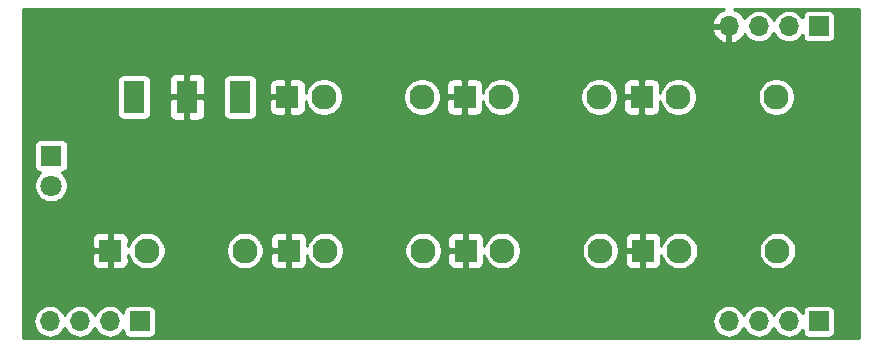
<source format=gbr>
G04 #@! TF.GenerationSoftware,KiCad,Pcbnew,(5.1.4)-1*
G04 #@! TF.CreationDate,2020-09-19T19:50:50+08:00*
G04 #@! TF.ProjectId,Rev2_Panel1,52657632-5f50-4616-9e65-6c312e6b6963,rev?*
G04 #@! TF.SameCoordinates,Original*
G04 #@! TF.FileFunction,Copper,L2,Bot*
G04 #@! TF.FilePolarity,Positive*
%FSLAX46Y46*%
G04 Gerber Fmt 4.6, Leading zero omitted, Abs format (unit mm)*
G04 Created by KiCad (PCBNEW (5.1.4)-1) date 2020-09-19 19:50:50*
%MOMM*%
%LPD*%
G04 APERTURE LIST*
%ADD10C,2.130000*%
%ADD11R,1.830000X1.930000*%
%ADD12O,1.700000X1.700000*%
%ADD13R,1.700000X1.700000*%
%ADD14R,1.800000X2.800000*%
%ADD15C,1.800000*%
%ADD16R,1.800000X1.800000*%
%ADD17C,0.800000*%
%ADD18C,0.254000*%
G04 APERTURE END LIST*
D10*
X171000000Y-89500000D03*
D11*
X159600000Y-89500000D03*
D10*
X162700000Y-89500000D03*
X185900000Y-76500000D03*
D11*
X174500000Y-76500000D03*
D10*
X177600000Y-76500000D03*
X156000000Y-89500000D03*
D11*
X144600000Y-89500000D03*
D10*
X147700000Y-89500000D03*
D12*
X181880000Y-70500000D03*
X184420000Y-70500000D03*
X186960000Y-70500000D03*
D13*
X189500000Y-70500000D03*
D14*
X131500000Y-76500000D03*
X136000000Y-76500000D03*
X140500000Y-76500000D03*
D10*
X170900000Y-76500000D03*
D11*
X159500000Y-76500000D03*
D10*
X162600000Y-76500000D03*
X155900000Y-76500000D03*
D11*
X144500000Y-76500000D03*
D10*
X147600000Y-76500000D03*
D12*
X124380000Y-95500000D03*
X126920000Y-95500000D03*
X129460000Y-95500000D03*
D13*
X132000000Y-95500000D03*
D12*
X181880000Y-95500000D03*
X184420000Y-95500000D03*
X186960000Y-95500000D03*
D13*
X189500000Y-95500000D03*
D10*
X140900000Y-89500000D03*
D11*
X129500000Y-89500000D03*
D10*
X132600000Y-89500000D03*
D15*
X124500000Y-84000000D03*
D16*
X124500000Y-81460000D03*
D10*
X186000000Y-89500000D03*
D11*
X174600000Y-89500000D03*
D10*
X177700000Y-89500000D03*
D17*
X144500000Y-95500000D03*
X144500000Y-83000000D03*
X174500000Y-83000000D03*
D18*
G36*
X181375901Y-69103175D02*
G01*
X181113080Y-69228359D01*
X180879731Y-69402412D01*
X180684822Y-69618645D01*
X180535843Y-69868748D01*
X180438519Y-70143109D01*
X180559186Y-70373000D01*
X181753000Y-70373000D01*
X181753000Y-70353000D01*
X182007000Y-70353000D01*
X182007000Y-70373000D01*
X182027000Y-70373000D01*
X182027000Y-70627000D01*
X182007000Y-70627000D01*
X182007000Y-71820155D01*
X182236890Y-71941476D01*
X182384099Y-71896825D01*
X182646920Y-71771641D01*
X182880269Y-71597588D01*
X183075178Y-71381355D01*
X183209342Y-71156123D01*
X183269527Y-71268721D01*
X183441603Y-71478397D01*
X183651279Y-71650473D01*
X183890495Y-71778337D01*
X184150061Y-71857075D01*
X184352360Y-71877000D01*
X184487640Y-71877000D01*
X184689939Y-71857075D01*
X184949505Y-71778337D01*
X185188721Y-71650473D01*
X185398397Y-71478397D01*
X185570473Y-71268721D01*
X185690000Y-71045102D01*
X185809527Y-71268721D01*
X185981603Y-71478397D01*
X186191279Y-71650473D01*
X186430495Y-71778337D01*
X186690061Y-71857075D01*
X186892360Y-71877000D01*
X187027640Y-71877000D01*
X187229939Y-71857075D01*
X187489505Y-71778337D01*
X187728721Y-71650473D01*
X187938397Y-71478397D01*
X188110473Y-71268721D01*
X188120451Y-71250054D01*
X188120451Y-71350000D01*
X188130626Y-71453310D01*
X188160761Y-71552650D01*
X188209696Y-71644202D01*
X188275552Y-71724448D01*
X188355798Y-71790304D01*
X188447350Y-71839239D01*
X188546690Y-71869374D01*
X188650000Y-71879549D01*
X190350000Y-71879549D01*
X190453310Y-71869374D01*
X190552650Y-71839239D01*
X190644202Y-71790304D01*
X190724448Y-71724448D01*
X190790304Y-71644202D01*
X190839239Y-71552650D01*
X190869374Y-71453310D01*
X190879549Y-71350000D01*
X190879549Y-69650000D01*
X190869374Y-69546690D01*
X190839239Y-69447350D01*
X190790304Y-69355798D01*
X190724448Y-69275552D01*
X190644202Y-69209696D01*
X190552650Y-69160761D01*
X190453310Y-69130626D01*
X190350000Y-69120451D01*
X188650000Y-69120451D01*
X188546690Y-69130626D01*
X188447350Y-69160761D01*
X188355798Y-69209696D01*
X188275552Y-69275552D01*
X188209696Y-69355798D01*
X188160761Y-69447350D01*
X188130626Y-69546690D01*
X188120451Y-69650000D01*
X188120451Y-69749946D01*
X188110473Y-69731279D01*
X187938397Y-69521603D01*
X187728721Y-69349527D01*
X187489505Y-69221663D01*
X187229939Y-69142925D01*
X187027640Y-69123000D01*
X186892360Y-69123000D01*
X186690061Y-69142925D01*
X186430495Y-69221663D01*
X186191279Y-69349527D01*
X185981603Y-69521603D01*
X185809527Y-69731279D01*
X185690000Y-69954898D01*
X185570473Y-69731279D01*
X185398397Y-69521603D01*
X185188721Y-69349527D01*
X184949505Y-69221663D01*
X184689939Y-69142925D01*
X184487640Y-69123000D01*
X184352360Y-69123000D01*
X184150061Y-69142925D01*
X183890495Y-69221663D01*
X183651279Y-69349527D01*
X183441603Y-69521603D01*
X183269527Y-69731279D01*
X183209342Y-69843877D01*
X183075178Y-69618645D01*
X182880269Y-69402412D01*
X182646920Y-69228359D01*
X182384099Y-69103175D01*
X182297803Y-69077000D01*
X192923001Y-69077000D01*
X192923000Y-96923000D01*
X122077000Y-96923000D01*
X122077000Y-95500000D01*
X122996338Y-95500000D01*
X123022925Y-95769939D01*
X123101663Y-96029505D01*
X123229527Y-96268721D01*
X123401603Y-96478397D01*
X123611279Y-96650473D01*
X123850495Y-96778337D01*
X124110061Y-96857075D01*
X124312360Y-96877000D01*
X124447640Y-96877000D01*
X124649939Y-96857075D01*
X124909505Y-96778337D01*
X125148721Y-96650473D01*
X125358397Y-96478397D01*
X125530473Y-96268721D01*
X125650000Y-96045102D01*
X125769527Y-96268721D01*
X125941603Y-96478397D01*
X126151279Y-96650473D01*
X126390495Y-96778337D01*
X126650061Y-96857075D01*
X126852360Y-96877000D01*
X126987640Y-96877000D01*
X127189939Y-96857075D01*
X127449505Y-96778337D01*
X127688721Y-96650473D01*
X127898397Y-96478397D01*
X128070473Y-96268721D01*
X128190000Y-96045102D01*
X128309527Y-96268721D01*
X128481603Y-96478397D01*
X128691279Y-96650473D01*
X128930495Y-96778337D01*
X129190061Y-96857075D01*
X129392360Y-96877000D01*
X129527640Y-96877000D01*
X129729939Y-96857075D01*
X129989505Y-96778337D01*
X130228721Y-96650473D01*
X130438397Y-96478397D01*
X130610473Y-96268721D01*
X130620451Y-96250054D01*
X130620451Y-96350000D01*
X130630626Y-96453310D01*
X130660761Y-96552650D01*
X130709696Y-96644202D01*
X130775552Y-96724448D01*
X130855798Y-96790304D01*
X130947350Y-96839239D01*
X131046690Y-96869374D01*
X131150000Y-96879549D01*
X132850000Y-96879549D01*
X132953310Y-96869374D01*
X133052650Y-96839239D01*
X133144202Y-96790304D01*
X133224448Y-96724448D01*
X133290304Y-96644202D01*
X133339239Y-96552650D01*
X133369374Y-96453310D01*
X133379549Y-96350000D01*
X133379549Y-95500000D01*
X180496338Y-95500000D01*
X180522925Y-95769939D01*
X180601663Y-96029505D01*
X180729527Y-96268721D01*
X180901603Y-96478397D01*
X181111279Y-96650473D01*
X181350495Y-96778337D01*
X181610061Y-96857075D01*
X181812360Y-96877000D01*
X181947640Y-96877000D01*
X182149939Y-96857075D01*
X182409505Y-96778337D01*
X182648721Y-96650473D01*
X182858397Y-96478397D01*
X183030473Y-96268721D01*
X183150000Y-96045102D01*
X183269527Y-96268721D01*
X183441603Y-96478397D01*
X183651279Y-96650473D01*
X183890495Y-96778337D01*
X184150061Y-96857075D01*
X184352360Y-96877000D01*
X184487640Y-96877000D01*
X184689939Y-96857075D01*
X184949505Y-96778337D01*
X185188721Y-96650473D01*
X185398397Y-96478397D01*
X185570473Y-96268721D01*
X185690000Y-96045102D01*
X185809527Y-96268721D01*
X185981603Y-96478397D01*
X186191279Y-96650473D01*
X186430495Y-96778337D01*
X186690061Y-96857075D01*
X186892360Y-96877000D01*
X187027640Y-96877000D01*
X187229939Y-96857075D01*
X187489505Y-96778337D01*
X187728721Y-96650473D01*
X187938397Y-96478397D01*
X188110473Y-96268721D01*
X188120451Y-96250054D01*
X188120451Y-96350000D01*
X188130626Y-96453310D01*
X188160761Y-96552650D01*
X188209696Y-96644202D01*
X188275552Y-96724448D01*
X188355798Y-96790304D01*
X188447350Y-96839239D01*
X188546690Y-96869374D01*
X188650000Y-96879549D01*
X190350000Y-96879549D01*
X190453310Y-96869374D01*
X190552650Y-96839239D01*
X190644202Y-96790304D01*
X190724448Y-96724448D01*
X190790304Y-96644202D01*
X190839239Y-96552650D01*
X190869374Y-96453310D01*
X190879549Y-96350000D01*
X190879549Y-94650000D01*
X190869374Y-94546690D01*
X190839239Y-94447350D01*
X190790304Y-94355798D01*
X190724448Y-94275552D01*
X190644202Y-94209696D01*
X190552650Y-94160761D01*
X190453310Y-94130626D01*
X190350000Y-94120451D01*
X188650000Y-94120451D01*
X188546690Y-94130626D01*
X188447350Y-94160761D01*
X188355798Y-94209696D01*
X188275552Y-94275552D01*
X188209696Y-94355798D01*
X188160761Y-94447350D01*
X188130626Y-94546690D01*
X188120451Y-94650000D01*
X188120451Y-94749946D01*
X188110473Y-94731279D01*
X187938397Y-94521603D01*
X187728721Y-94349527D01*
X187489505Y-94221663D01*
X187229939Y-94142925D01*
X187027640Y-94123000D01*
X186892360Y-94123000D01*
X186690061Y-94142925D01*
X186430495Y-94221663D01*
X186191279Y-94349527D01*
X185981603Y-94521603D01*
X185809527Y-94731279D01*
X185690000Y-94954898D01*
X185570473Y-94731279D01*
X185398397Y-94521603D01*
X185188721Y-94349527D01*
X184949505Y-94221663D01*
X184689939Y-94142925D01*
X184487640Y-94123000D01*
X184352360Y-94123000D01*
X184150061Y-94142925D01*
X183890495Y-94221663D01*
X183651279Y-94349527D01*
X183441603Y-94521603D01*
X183269527Y-94731279D01*
X183150000Y-94954898D01*
X183030473Y-94731279D01*
X182858397Y-94521603D01*
X182648721Y-94349527D01*
X182409505Y-94221663D01*
X182149939Y-94142925D01*
X181947640Y-94123000D01*
X181812360Y-94123000D01*
X181610061Y-94142925D01*
X181350495Y-94221663D01*
X181111279Y-94349527D01*
X180901603Y-94521603D01*
X180729527Y-94731279D01*
X180601663Y-94970495D01*
X180522925Y-95230061D01*
X180496338Y-95500000D01*
X133379549Y-95500000D01*
X133379549Y-94650000D01*
X133369374Y-94546690D01*
X133339239Y-94447350D01*
X133290304Y-94355798D01*
X133224448Y-94275552D01*
X133144202Y-94209696D01*
X133052650Y-94160761D01*
X132953310Y-94130626D01*
X132850000Y-94120451D01*
X131150000Y-94120451D01*
X131046690Y-94130626D01*
X130947350Y-94160761D01*
X130855798Y-94209696D01*
X130775552Y-94275552D01*
X130709696Y-94355798D01*
X130660761Y-94447350D01*
X130630626Y-94546690D01*
X130620451Y-94650000D01*
X130620451Y-94749946D01*
X130610473Y-94731279D01*
X130438397Y-94521603D01*
X130228721Y-94349527D01*
X129989505Y-94221663D01*
X129729939Y-94142925D01*
X129527640Y-94123000D01*
X129392360Y-94123000D01*
X129190061Y-94142925D01*
X128930495Y-94221663D01*
X128691279Y-94349527D01*
X128481603Y-94521603D01*
X128309527Y-94731279D01*
X128190000Y-94954898D01*
X128070473Y-94731279D01*
X127898397Y-94521603D01*
X127688721Y-94349527D01*
X127449505Y-94221663D01*
X127189939Y-94142925D01*
X126987640Y-94123000D01*
X126852360Y-94123000D01*
X126650061Y-94142925D01*
X126390495Y-94221663D01*
X126151279Y-94349527D01*
X125941603Y-94521603D01*
X125769527Y-94731279D01*
X125650000Y-94954898D01*
X125530473Y-94731279D01*
X125358397Y-94521603D01*
X125148721Y-94349527D01*
X124909505Y-94221663D01*
X124649939Y-94142925D01*
X124447640Y-94123000D01*
X124312360Y-94123000D01*
X124110061Y-94142925D01*
X123850495Y-94221663D01*
X123611279Y-94349527D01*
X123401603Y-94521603D01*
X123229527Y-94731279D01*
X123101663Y-94970495D01*
X123022925Y-95230061D01*
X122996338Y-95500000D01*
X122077000Y-95500000D01*
X122077000Y-90465000D01*
X127946928Y-90465000D01*
X127959188Y-90589482D01*
X127995498Y-90709180D01*
X128054463Y-90819494D01*
X128133815Y-90916185D01*
X128230506Y-90995537D01*
X128340820Y-91054502D01*
X128460518Y-91090812D01*
X128585000Y-91103072D01*
X129214250Y-91100000D01*
X129373000Y-90941250D01*
X129373000Y-89627000D01*
X128108750Y-89627000D01*
X127950000Y-89785750D01*
X127946928Y-90465000D01*
X122077000Y-90465000D01*
X122077000Y-88535000D01*
X127946928Y-88535000D01*
X127950000Y-89214250D01*
X128108750Y-89373000D01*
X129373000Y-89373000D01*
X129373000Y-88058750D01*
X129627000Y-88058750D01*
X129627000Y-89373000D01*
X129647000Y-89373000D01*
X129647000Y-89627000D01*
X129627000Y-89627000D01*
X129627000Y-90941250D01*
X129785750Y-91100000D01*
X130415000Y-91103072D01*
X130539482Y-91090812D01*
X130659180Y-91054502D01*
X130769494Y-90995537D01*
X130866185Y-90916185D01*
X130945537Y-90819494D01*
X131004502Y-90709180D01*
X131040812Y-90589482D01*
X131053072Y-90465000D01*
X131050380Y-89869857D01*
X131069180Y-89964369D01*
X131189188Y-90254095D01*
X131363413Y-90514841D01*
X131585159Y-90736587D01*
X131845905Y-90910812D01*
X132135631Y-91030820D01*
X132443202Y-91092000D01*
X132756798Y-91092000D01*
X133064369Y-91030820D01*
X133354095Y-90910812D01*
X133614841Y-90736587D01*
X133836587Y-90514841D01*
X134010812Y-90254095D01*
X134130820Y-89964369D01*
X134192000Y-89656798D01*
X134192000Y-89343202D01*
X139308000Y-89343202D01*
X139308000Y-89656798D01*
X139369180Y-89964369D01*
X139489188Y-90254095D01*
X139663413Y-90514841D01*
X139885159Y-90736587D01*
X140145905Y-90910812D01*
X140435631Y-91030820D01*
X140743202Y-91092000D01*
X141056798Y-91092000D01*
X141364369Y-91030820D01*
X141654095Y-90910812D01*
X141914841Y-90736587D01*
X142136587Y-90514841D01*
X142169889Y-90465000D01*
X143046928Y-90465000D01*
X143059188Y-90589482D01*
X143095498Y-90709180D01*
X143154463Y-90819494D01*
X143233815Y-90916185D01*
X143330506Y-90995537D01*
X143440820Y-91054502D01*
X143560518Y-91090812D01*
X143685000Y-91103072D01*
X144314250Y-91100000D01*
X144473000Y-90941250D01*
X144473000Y-89627000D01*
X143208750Y-89627000D01*
X143050000Y-89785750D01*
X143046928Y-90465000D01*
X142169889Y-90465000D01*
X142310812Y-90254095D01*
X142430820Y-89964369D01*
X142492000Y-89656798D01*
X142492000Y-89343202D01*
X142430820Y-89035631D01*
X142310812Y-88745905D01*
X142169890Y-88535000D01*
X143046928Y-88535000D01*
X143050000Y-89214250D01*
X143208750Y-89373000D01*
X144473000Y-89373000D01*
X144473000Y-88058750D01*
X144727000Y-88058750D01*
X144727000Y-89373000D01*
X144747000Y-89373000D01*
X144747000Y-89627000D01*
X144727000Y-89627000D01*
X144727000Y-90941250D01*
X144885750Y-91100000D01*
X145515000Y-91103072D01*
X145639482Y-91090812D01*
X145759180Y-91054502D01*
X145869494Y-90995537D01*
X145966185Y-90916185D01*
X146045537Y-90819494D01*
X146104502Y-90709180D01*
X146140812Y-90589482D01*
X146153072Y-90465000D01*
X146150380Y-89869857D01*
X146169180Y-89964369D01*
X146289188Y-90254095D01*
X146463413Y-90514841D01*
X146685159Y-90736587D01*
X146945905Y-90910812D01*
X147235631Y-91030820D01*
X147543202Y-91092000D01*
X147856798Y-91092000D01*
X148164369Y-91030820D01*
X148454095Y-90910812D01*
X148714841Y-90736587D01*
X148936587Y-90514841D01*
X149110812Y-90254095D01*
X149230820Y-89964369D01*
X149292000Y-89656798D01*
X149292000Y-89343202D01*
X154408000Y-89343202D01*
X154408000Y-89656798D01*
X154469180Y-89964369D01*
X154589188Y-90254095D01*
X154763413Y-90514841D01*
X154985159Y-90736587D01*
X155245905Y-90910812D01*
X155535631Y-91030820D01*
X155843202Y-91092000D01*
X156156798Y-91092000D01*
X156464369Y-91030820D01*
X156754095Y-90910812D01*
X157014841Y-90736587D01*
X157236587Y-90514841D01*
X157269889Y-90465000D01*
X158046928Y-90465000D01*
X158059188Y-90589482D01*
X158095498Y-90709180D01*
X158154463Y-90819494D01*
X158233815Y-90916185D01*
X158330506Y-90995537D01*
X158440820Y-91054502D01*
X158560518Y-91090812D01*
X158685000Y-91103072D01*
X159314250Y-91100000D01*
X159473000Y-90941250D01*
X159473000Y-89627000D01*
X158208750Y-89627000D01*
X158050000Y-89785750D01*
X158046928Y-90465000D01*
X157269889Y-90465000D01*
X157410812Y-90254095D01*
X157530820Y-89964369D01*
X157592000Y-89656798D01*
X157592000Y-89343202D01*
X157530820Y-89035631D01*
X157410812Y-88745905D01*
X157269890Y-88535000D01*
X158046928Y-88535000D01*
X158050000Y-89214250D01*
X158208750Y-89373000D01*
X159473000Y-89373000D01*
X159473000Y-88058750D01*
X159727000Y-88058750D01*
X159727000Y-89373000D01*
X159747000Y-89373000D01*
X159747000Y-89627000D01*
X159727000Y-89627000D01*
X159727000Y-90941250D01*
X159885750Y-91100000D01*
X160515000Y-91103072D01*
X160639482Y-91090812D01*
X160759180Y-91054502D01*
X160869494Y-90995537D01*
X160966185Y-90916185D01*
X161045537Y-90819494D01*
X161104502Y-90709180D01*
X161140812Y-90589482D01*
X161153072Y-90465000D01*
X161150380Y-89869857D01*
X161169180Y-89964369D01*
X161289188Y-90254095D01*
X161463413Y-90514841D01*
X161685159Y-90736587D01*
X161945905Y-90910812D01*
X162235631Y-91030820D01*
X162543202Y-91092000D01*
X162856798Y-91092000D01*
X163164369Y-91030820D01*
X163454095Y-90910812D01*
X163714841Y-90736587D01*
X163936587Y-90514841D01*
X164110812Y-90254095D01*
X164230820Y-89964369D01*
X164292000Y-89656798D01*
X164292000Y-89343202D01*
X169408000Y-89343202D01*
X169408000Y-89656798D01*
X169469180Y-89964369D01*
X169589188Y-90254095D01*
X169763413Y-90514841D01*
X169985159Y-90736587D01*
X170245905Y-90910812D01*
X170535631Y-91030820D01*
X170843202Y-91092000D01*
X171156798Y-91092000D01*
X171464369Y-91030820D01*
X171754095Y-90910812D01*
X172014841Y-90736587D01*
X172236587Y-90514841D01*
X172269889Y-90465000D01*
X173046928Y-90465000D01*
X173059188Y-90589482D01*
X173095498Y-90709180D01*
X173154463Y-90819494D01*
X173233815Y-90916185D01*
X173330506Y-90995537D01*
X173440820Y-91054502D01*
X173560518Y-91090812D01*
X173685000Y-91103072D01*
X174314250Y-91100000D01*
X174473000Y-90941250D01*
X174473000Y-89627000D01*
X173208750Y-89627000D01*
X173050000Y-89785750D01*
X173046928Y-90465000D01*
X172269889Y-90465000D01*
X172410812Y-90254095D01*
X172530820Y-89964369D01*
X172592000Y-89656798D01*
X172592000Y-89343202D01*
X172530820Y-89035631D01*
X172410812Y-88745905D01*
X172269890Y-88535000D01*
X173046928Y-88535000D01*
X173050000Y-89214250D01*
X173208750Y-89373000D01*
X174473000Y-89373000D01*
X174473000Y-88058750D01*
X174727000Y-88058750D01*
X174727000Y-89373000D01*
X174747000Y-89373000D01*
X174747000Y-89627000D01*
X174727000Y-89627000D01*
X174727000Y-90941250D01*
X174885750Y-91100000D01*
X175515000Y-91103072D01*
X175639482Y-91090812D01*
X175759180Y-91054502D01*
X175869494Y-90995537D01*
X175966185Y-90916185D01*
X176045537Y-90819494D01*
X176104502Y-90709180D01*
X176140812Y-90589482D01*
X176153072Y-90465000D01*
X176150380Y-89869857D01*
X176169180Y-89964369D01*
X176289188Y-90254095D01*
X176463413Y-90514841D01*
X176685159Y-90736587D01*
X176945905Y-90910812D01*
X177235631Y-91030820D01*
X177543202Y-91092000D01*
X177856798Y-91092000D01*
X178164369Y-91030820D01*
X178454095Y-90910812D01*
X178714841Y-90736587D01*
X178936587Y-90514841D01*
X179110812Y-90254095D01*
X179230820Y-89964369D01*
X179292000Y-89656798D01*
X179292000Y-89343202D01*
X184408000Y-89343202D01*
X184408000Y-89656798D01*
X184469180Y-89964369D01*
X184589188Y-90254095D01*
X184763413Y-90514841D01*
X184985159Y-90736587D01*
X185245905Y-90910812D01*
X185535631Y-91030820D01*
X185843202Y-91092000D01*
X186156798Y-91092000D01*
X186464369Y-91030820D01*
X186754095Y-90910812D01*
X187014841Y-90736587D01*
X187236587Y-90514841D01*
X187410812Y-90254095D01*
X187530820Y-89964369D01*
X187592000Y-89656798D01*
X187592000Y-89343202D01*
X187530820Y-89035631D01*
X187410812Y-88745905D01*
X187236587Y-88485159D01*
X187014841Y-88263413D01*
X186754095Y-88089188D01*
X186464369Y-87969180D01*
X186156798Y-87908000D01*
X185843202Y-87908000D01*
X185535631Y-87969180D01*
X185245905Y-88089188D01*
X184985159Y-88263413D01*
X184763413Y-88485159D01*
X184589188Y-88745905D01*
X184469180Y-89035631D01*
X184408000Y-89343202D01*
X179292000Y-89343202D01*
X179230820Y-89035631D01*
X179110812Y-88745905D01*
X178936587Y-88485159D01*
X178714841Y-88263413D01*
X178454095Y-88089188D01*
X178164369Y-87969180D01*
X177856798Y-87908000D01*
X177543202Y-87908000D01*
X177235631Y-87969180D01*
X176945905Y-88089188D01*
X176685159Y-88263413D01*
X176463413Y-88485159D01*
X176289188Y-88745905D01*
X176169180Y-89035631D01*
X176150380Y-89130143D01*
X176153072Y-88535000D01*
X176140812Y-88410518D01*
X176104502Y-88290820D01*
X176045537Y-88180506D01*
X175966185Y-88083815D01*
X175869494Y-88004463D01*
X175759180Y-87945498D01*
X175639482Y-87909188D01*
X175515000Y-87896928D01*
X174885750Y-87900000D01*
X174727000Y-88058750D01*
X174473000Y-88058750D01*
X174314250Y-87900000D01*
X173685000Y-87896928D01*
X173560518Y-87909188D01*
X173440820Y-87945498D01*
X173330506Y-88004463D01*
X173233815Y-88083815D01*
X173154463Y-88180506D01*
X173095498Y-88290820D01*
X173059188Y-88410518D01*
X173046928Y-88535000D01*
X172269890Y-88535000D01*
X172236587Y-88485159D01*
X172014841Y-88263413D01*
X171754095Y-88089188D01*
X171464369Y-87969180D01*
X171156798Y-87908000D01*
X170843202Y-87908000D01*
X170535631Y-87969180D01*
X170245905Y-88089188D01*
X169985159Y-88263413D01*
X169763413Y-88485159D01*
X169589188Y-88745905D01*
X169469180Y-89035631D01*
X169408000Y-89343202D01*
X164292000Y-89343202D01*
X164230820Y-89035631D01*
X164110812Y-88745905D01*
X163936587Y-88485159D01*
X163714841Y-88263413D01*
X163454095Y-88089188D01*
X163164369Y-87969180D01*
X162856798Y-87908000D01*
X162543202Y-87908000D01*
X162235631Y-87969180D01*
X161945905Y-88089188D01*
X161685159Y-88263413D01*
X161463413Y-88485159D01*
X161289188Y-88745905D01*
X161169180Y-89035631D01*
X161150380Y-89130143D01*
X161153072Y-88535000D01*
X161140812Y-88410518D01*
X161104502Y-88290820D01*
X161045537Y-88180506D01*
X160966185Y-88083815D01*
X160869494Y-88004463D01*
X160759180Y-87945498D01*
X160639482Y-87909188D01*
X160515000Y-87896928D01*
X159885750Y-87900000D01*
X159727000Y-88058750D01*
X159473000Y-88058750D01*
X159314250Y-87900000D01*
X158685000Y-87896928D01*
X158560518Y-87909188D01*
X158440820Y-87945498D01*
X158330506Y-88004463D01*
X158233815Y-88083815D01*
X158154463Y-88180506D01*
X158095498Y-88290820D01*
X158059188Y-88410518D01*
X158046928Y-88535000D01*
X157269890Y-88535000D01*
X157236587Y-88485159D01*
X157014841Y-88263413D01*
X156754095Y-88089188D01*
X156464369Y-87969180D01*
X156156798Y-87908000D01*
X155843202Y-87908000D01*
X155535631Y-87969180D01*
X155245905Y-88089188D01*
X154985159Y-88263413D01*
X154763413Y-88485159D01*
X154589188Y-88745905D01*
X154469180Y-89035631D01*
X154408000Y-89343202D01*
X149292000Y-89343202D01*
X149230820Y-89035631D01*
X149110812Y-88745905D01*
X148936587Y-88485159D01*
X148714841Y-88263413D01*
X148454095Y-88089188D01*
X148164369Y-87969180D01*
X147856798Y-87908000D01*
X147543202Y-87908000D01*
X147235631Y-87969180D01*
X146945905Y-88089188D01*
X146685159Y-88263413D01*
X146463413Y-88485159D01*
X146289188Y-88745905D01*
X146169180Y-89035631D01*
X146150380Y-89130143D01*
X146153072Y-88535000D01*
X146140812Y-88410518D01*
X146104502Y-88290820D01*
X146045537Y-88180506D01*
X145966185Y-88083815D01*
X145869494Y-88004463D01*
X145759180Y-87945498D01*
X145639482Y-87909188D01*
X145515000Y-87896928D01*
X144885750Y-87900000D01*
X144727000Y-88058750D01*
X144473000Y-88058750D01*
X144314250Y-87900000D01*
X143685000Y-87896928D01*
X143560518Y-87909188D01*
X143440820Y-87945498D01*
X143330506Y-88004463D01*
X143233815Y-88083815D01*
X143154463Y-88180506D01*
X143095498Y-88290820D01*
X143059188Y-88410518D01*
X143046928Y-88535000D01*
X142169890Y-88535000D01*
X142136587Y-88485159D01*
X141914841Y-88263413D01*
X141654095Y-88089188D01*
X141364369Y-87969180D01*
X141056798Y-87908000D01*
X140743202Y-87908000D01*
X140435631Y-87969180D01*
X140145905Y-88089188D01*
X139885159Y-88263413D01*
X139663413Y-88485159D01*
X139489188Y-88745905D01*
X139369180Y-89035631D01*
X139308000Y-89343202D01*
X134192000Y-89343202D01*
X134130820Y-89035631D01*
X134010812Y-88745905D01*
X133836587Y-88485159D01*
X133614841Y-88263413D01*
X133354095Y-88089188D01*
X133064369Y-87969180D01*
X132756798Y-87908000D01*
X132443202Y-87908000D01*
X132135631Y-87969180D01*
X131845905Y-88089188D01*
X131585159Y-88263413D01*
X131363413Y-88485159D01*
X131189188Y-88745905D01*
X131069180Y-89035631D01*
X131050380Y-89130143D01*
X131053072Y-88535000D01*
X131040812Y-88410518D01*
X131004502Y-88290820D01*
X130945537Y-88180506D01*
X130866185Y-88083815D01*
X130769494Y-88004463D01*
X130659180Y-87945498D01*
X130539482Y-87909188D01*
X130415000Y-87896928D01*
X129785750Y-87900000D01*
X129627000Y-88058750D01*
X129373000Y-88058750D01*
X129214250Y-87900000D01*
X128585000Y-87896928D01*
X128460518Y-87909188D01*
X128340820Y-87945498D01*
X128230506Y-88004463D01*
X128133815Y-88083815D01*
X128054463Y-88180506D01*
X127995498Y-88290820D01*
X127959188Y-88410518D01*
X127946928Y-88535000D01*
X122077000Y-88535000D01*
X122077000Y-80560000D01*
X123070451Y-80560000D01*
X123070451Y-82360000D01*
X123080626Y-82463310D01*
X123110761Y-82562650D01*
X123159696Y-82654202D01*
X123225552Y-82734448D01*
X123305798Y-82800304D01*
X123397350Y-82849239D01*
X123496690Y-82879374D01*
X123594225Y-82888980D01*
X123590340Y-82891576D01*
X123391576Y-83090340D01*
X123235409Y-83324062D01*
X123127838Y-83583759D01*
X123073000Y-83859453D01*
X123073000Y-84140547D01*
X123127838Y-84416241D01*
X123235409Y-84675938D01*
X123391576Y-84909660D01*
X123590340Y-85108424D01*
X123824062Y-85264591D01*
X124083759Y-85372162D01*
X124359453Y-85427000D01*
X124640547Y-85427000D01*
X124916241Y-85372162D01*
X125175938Y-85264591D01*
X125409660Y-85108424D01*
X125608424Y-84909660D01*
X125764591Y-84675938D01*
X125872162Y-84416241D01*
X125927000Y-84140547D01*
X125927000Y-83859453D01*
X125872162Y-83583759D01*
X125764591Y-83324062D01*
X125608424Y-83090340D01*
X125409660Y-82891576D01*
X125405775Y-82888980D01*
X125503310Y-82879374D01*
X125602650Y-82849239D01*
X125694202Y-82800304D01*
X125774448Y-82734448D01*
X125840304Y-82654202D01*
X125889239Y-82562650D01*
X125919374Y-82463310D01*
X125929549Y-82360000D01*
X125929549Y-80560000D01*
X125919374Y-80456690D01*
X125889239Y-80357350D01*
X125840304Y-80265798D01*
X125774448Y-80185552D01*
X125694202Y-80119696D01*
X125602650Y-80070761D01*
X125503310Y-80040626D01*
X125400000Y-80030451D01*
X123600000Y-80030451D01*
X123496690Y-80040626D01*
X123397350Y-80070761D01*
X123305798Y-80119696D01*
X123225552Y-80185552D01*
X123159696Y-80265798D01*
X123110761Y-80357350D01*
X123080626Y-80456690D01*
X123070451Y-80560000D01*
X122077000Y-80560000D01*
X122077000Y-75100000D01*
X130070451Y-75100000D01*
X130070451Y-77900000D01*
X130080626Y-78003310D01*
X130110761Y-78102650D01*
X130159696Y-78194202D01*
X130225552Y-78274448D01*
X130305798Y-78340304D01*
X130397350Y-78389239D01*
X130496690Y-78419374D01*
X130600000Y-78429549D01*
X132400000Y-78429549D01*
X132503310Y-78419374D01*
X132602650Y-78389239D01*
X132694202Y-78340304D01*
X132774448Y-78274448D01*
X132840304Y-78194202D01*
X132889239Y-78102650D01*
X132919374Y-78003310D01*
X132929549Y-77900000D01*
X134461928Y-77900000D01*
X134474188Y-78024482D01*
X134510498Y-78144180D01*
X134569463Y-78254494D01*
X134648815Y-78351185D01*
X134745506Y-78430537D01*
X134855820Y-78489502D01*
X134975518Y-78525812D01*
X135100000Y-78538072D01*
X135714250Y-78535000D01*
X135873000Y-78376250D01*
X135873000Y-76627000D01*
X136127000Y-76627000D01*
X136127000Y-78376250D01*
X136285750Y-78535000D01*
X136900000Y-78538072D01*
X137024482Y-78525812D01*
X137144180Y-78489502D01*
X137254494Y-78430537D01*
X137351185Y-78351185D01*
X137430537Y-78254494D01*
X137489502Y-78144180D01*
X137525812Y-78024482D01*
X137538072Y-77900000D01*
X137535000Y-76785750D01*
X137376250Y-76627000D01*
X136127000Y-76627000D01*
X135873000Y-76627000D01*
X134623750Y-76627000D01*
X134465000Y-76785750D01*
X134461928Y-77900000D01*
X132929549Y-77900000D01*
X132929549Y-75100000D01*
X134461928Y-75100000D01*
X134465000Y-76214250D01*
X134623750Y-76373000D01*
X135873000Y-76373000D01*
X135873000Y-74623750D01*
X136127000Y-74623750D01*
X136127000Y-76373000D01*
X137376250Y-76373000D01*
X137535000Y-76214250D01*
X137538072Y-75100000D01*
X139070451Y-75100000D01*
X139070451Y-77900000D01*
X139080626Y-78003310D01*
X139110761Y-78102650D01*
X139159696Y-78194202D01*
X139225552Y-78274448D01*
X139305798Y-78340304D01*
X139397350Y-78389239D01*
X139496690Y-78419374D01*
X139600000Y-78429549D01*
X141400000Y-78429549D01*
X141503310Y-78419374D01*
X141602650Y-78389239D01*
X141694202Y-78340304D01*
X141774448Y-78274448D01*
X141840304Y-78194202D01*
X141889239Y-78102650D01*
X141919374Y-78003310D01*
X141929549Y-77900000D01*
X141929549Y-77465000D01*
X142946928Y-77465000D01*
X142959188Y-77589482D01*
X142995498Y-77709180D01*
X143054463Y-77819494D01*
X143133815Y-77916185D01*
X143230506Y-77995537D01*
X143340820Y-78054502D01*
X143460518Y-78090812D01*
X143585000Y-78103072D01*
X144214250Y-78100000D01*
X144373000Y-77941250D01*
X144373000Y-76627000D01*
X143108750Y-76627000D01*
X142950000Y-76785750D01*
X142946928Y-77465000D01*
X141929549Y-77465000D01*
X141929549Y-75535000D01*
X142946928Y-75535000D01*
X142950000Y-76214250D01*
X143108750Y-76373000D01*
X144373000Y-76373000D01*
X144373000Y-75058750D01*
X144627000Y-75058750D01*
X144627000Y-76373000D01*
X144647000Y-76373000D01*
X144647000Y-76627000D01*
X144627000Y-76627000D01*
X144627000Y-77941250D01*
X144785750Y-78100000D01*
X145415000Y-78103072D01*
X145539482Y-78090812D01*
X145659180Y-78054502D01*
X145769494Y-77995537D01*
X145866185Y-77916185D01*
X145945537Y-77819494D01*
X146004502Y-77709180D01*
X146040812Y-77589482D01*
X146053072Y-77465000D01*
X146050380Y-76869857D01*
X146069180Y-76964369D01*
X146189188Y-77254095D01*
X146363413Y-77514841D01*
X146585159Y-77736587D01*
X146845905Y-77910812D01*
X147135631Y-78030820D01*
X147443202Y-78092000D01*
X147756798Y-78092000D01*
X148064369Y-78030820D01*
X148354095Y-77910812D01*
X148614841Y-77736587D01*
X148836587Y-77514841D01*
X149010812Y-77254095D01*
X149130820Y-76964369D01*
X149192000Y-76656798D01*
X149192000Y-76343202D01*
X154308000Y-76343202D01*
X154308000Y-76656798D01*
X154369180Y-76964369D01*
X154489188Y-77254095D01*
X154663413Y-77514841D01*
X154885159Y-77736587D01*
X155145905Y-77910812D01*
X155435631Y-78030820D01*
X155743202Y-78092000D01*
X156056798Y-78092000D01*
X156364369Y-78030820D01*
X156654095Y-77910812D01*
X156914841Y-77736587D01*
X157136587Y-77514841D01*
X157169889Y-77465000D01*
X157946928Y-77465000D01*
X157959188Y-77589482D01*
X157995498Y-77709180D01*
X158054463Y-77819494D01*
X158133815Y-77916185D01*
X158230506Y-77995537D01*
X158340820Y-78054502D01*
X158460518Y-78090812D01*
X158585000Y-78103072D01*
X159214250Y-78100000D01*
X159373000Y-77941250D01*
X159373000Y-76627000D01*
X158108750Y-76627000D01*
X157950000Y-76785750D01*
X157946928Y-77465000D01*
X157169889Y-77465000D01*
X157310812Y-77254095D01*
X157430820Y-76964369D01*
X157492000Y-76656798D01*
X157492000Y-76343202D01*
X157430820Y-76035631D01*
X157310812Y-75745905D01*
X157169890Y-75535000D01*
X157946928Y-75535000D01*
X157950000Y-76214250D01*
X158108750Y-76373000D01*
X159373000Y-76373000D01*
X159373000Y-75058750D01*
X159627000Y-75058750D01*
X159627000Y-76373000D01*
X159647000Y-76373000D01*
X159647000Y-76627000D01*
X159627000Y-76627000D01*
X159627000Y-77941250D01*
X159785750Y-78100000D01*
X160415000Y-78103072D01*
X160539482Y-78090812D01*
X160659180Y-78054502D01*
X160769494Y-77995537D01*
X160866185Y-77916185D01*
X160945537Y-77819494D01*
X161004502Y-77709180D01*
X161040812Y-77589482D01*
X161053072Y-77465000D01*
X161050380Y-76869857D01*
X161069180Y-76964369D01*
X161189188Y-77254095D01*
X161363413Y-77514841D01*
X161585159Y-77736587D01*
X161845905Y-77910812D01*
X162135631Y-78030820D01*
X162443202Y-78092000D01*
X162756798Y-78092000D01*
X163064369Y-78030820D01*
X163354095Y-77910812D01*
X163614841Y-77736587D01*
X163836587Y-77514841D01*
X164010812Y-77254095D01*
X164130820Y-76964369D01*
X164192000Y-76656798D01*
X164192000Y-76343202D01*
X169308000Y-76343202D01*
X169308000Y-76656798D01*
X169369180Y-76964369D01*
X169489188Y-77254095D01*
X169663413Y-77514841D01*
X169885159Y-77736587D01*
X170145905Y-77910812D01*
X170435631Y-78030820D01*
X170743202Y-78092000D01*
X171056798Y-78092000D01*
X171364369Y-78030820D01*
X171654095Y-77910812D01*
X171914841Y-77736587D01*
X172136587Y-77514841D01*
X172169889Y-77465000D01*
X172946928Y-77465000D01*
X172959188Y-77589482D01*
X172995498Y-77709180D01*
X173054463Y-77819494D01*
X173133815Y-77916185D01*
X173230506Y-77995537D01*
X173340820Y-78054502D01*
X173460518Y-78090812D01*
X173585000Y-78103072D01*
X174214250Y-78100000D01*
X174373000Y-77941250D01*
X174373000Y-76627000D01*
X173108750Y-76627000D01*
X172950000Y-76785750D01*
X172946928Y-77465000D01*
X172169889Y-77465000D01*
X172310812Y-77254095D01*
X172430820Y-76964369D01*
X172492000Y-76656798D01*
X172492000Y-76343202D01*
X172430820Y-76035631D01*
X172310812Y-75745905D01*
X172169890Y-75535000D01*
X172946928Y-75535000D01*
X172950000Y-76214250D01*
X173108750Y-76373000D01*
X174373000Y-76373000D01*
X174373000Y-75058750D01*
X174627000Y-75058750D01*
X174627000Y-76373000D01*
X174647000Y-76373000D01*
X174647000Y-76627000D01*
X174627000Y-76627000D01*
X174627000Y-77941250D01*
X174785750Y-78100000D01*
X175415000Y-78103072D01*
X175539482Y-78090812D01*
X175659180Y-78054502D01*
X175769494Y-77995537D01*
X175866185Y-77916185D01*
X175945537Y-77819494D01*
X176004502Y-77709180D01*
X176040812Y-77589482D01*
X176053072Y-77465000D01*
X176050380Y-76869857D01*
X176069180Y-76964369D01*
X176189188Y-77254095D01*
X176363413Y-77514841D01*
X176585159Y-77736587D01*
X176845905Y-77910812D01*
X177135631Y-78030820D01*
X177443202Y-78092000D01*
X177756798Y-78092000D01*
X178064369Y-78030820D01*
X178354095Y-77910812D01*
X178614841Y-77736587D01*
X178836587Y-77514841D01*
X179010812Y-77254095D01*
X179130820Y-76964369D01*
X179192000Y-76656798D01*
X179192000Y-76343202D01*
X184308000Y-76343202D01*
X184308000Y-76656798D01*
X184369180Y-76964369D01*
X184489188Y-77254095D01*
X184663413Y-77514841D01*
X184885159Y-77736587D01*
X185145905Y-77910812D01*
X185435631Y-78030820D01*
X185743202Y-78092000D01*
X186056798Y-78092000D01*
X186364369Y-78030820D01*
X186654095Y-77910812D01*
X186914841Y-77736587D01*
X187136587Y-77514841D01*
X187310812Y-77254095D01*
X187430820Y-76964369D01*
X187492000Y-76656798D01*
X187492000Y-76343202D01*
X187430820Y-76035631D01*
X187310812Y-75745905D01*
X187136587Y-75485159D01*
X186914841Y-75263413D01*
X186654095Y-75089188D01*
X186364369Y-74969180D01*
X186056798Y-74908000D01*
X185743202Y-74908000D01*
X185435631Y-74969180D01*
X185145905Y-75089188D01*
X184885159Y-75263413D01*
X184663413Y-75485159D01*
X184489188Y-75745905D01*
X184369180Y-76035631D01*
X184308000Y-76343202D01*
X179192000Y-76343202D01*
X179130820Y-76035631D01*
X179010812Y-75745905D01*
X178836587Y-75485159D01*
X178614841Y-75263413D01*
X178354095Y-75089188D01*
X178064369Y-74969180D01*
X177756798Y-74908000D01*
X177443202Y-74908000D01*
X177135631Y-74969180D01*
X176845905Y-75089188D01*
X176585159Y-75263413D01*
X176363413Y-75485159D01*
X176189188Y-75745905D01*
X176069180Y-76035631D01*
X176050380Y-76130143D01*
X176053072Y-75535000D01*
X176040812Y-75410518D01*
X176004502Y-75290820D01*
X175945537Y-75180506D01*
X175866185Y-75083815D01*
X175769494Y-75004463D01*
X175659180Y-74945498D01*
X175539482Y-74909188D01*
X175415000Y-74896928D01*
X174785750Y-74900000D01*
X174627000Y-75058750D01*
X174373000Y-75058750D01*
X174214250Y-74900000D01*
X173585000Y-74896928D01*
X173460518Y-74909188D01*
X173340820Y-74945498D01*
X173230506Y-75004463D01*
X173133815Y-75083815D01*
X173054463Y-75180506D01*
X172995498Y-75290820D01*
X172959188Y-75410518D01*
X172946928Y-75535000D01*
X172169890Y-75535000D01*
X172136587Y-75485159D01*
X171914841Y-75263413D01*
X171654095Y-75089188D01*
X171364369Y-74969180D01*
X171056798Y-74908000D01*
X170743202Y-74908000D01*
X170435631Y-74969180D01*
X170145905Y-75089188D01*
X169885159Y-75263413D01*
X169663413Y-75485159D01*
X169489188Y-75745905D01*
X169369180Y-76035631D01*
X169308000Y-76343202D01*
X164192000Y-76343202D01*
X164130820Y-76035631D01*
X164010812Y-75745905D01*
X163836587Y-75485159D01*
X163614841Y-75263413D01*
X163354095Y-75089188D01*
X163064369Y-74969180D01*
X162756798Y-74908000D01*
X162443202Y-74908000D01*
X162135631Y-74969180D01*
X161845905Y-75089188D01*
X161585159Y-75263413D01*
X161363413Y-75485159D01*
X161189188Y-75745905D01*
X161069180Y-76035631D01*
X161050380Y-76130143D01*
X161053072Y-75535000D01*
X161040812Y-75410518D01*
X161004502Y-75290820D01*
X160945537Y-75180506D01*
X160866185Y-75083815D01*
X160769494Y-75004463D01*
X160659180Y-74945498D01*
X160539482Y-74909188D01*
X160415000Y-74896928D01*
X159785750Y-74900000D01*
X159627000Y-75058750D01*
X159373000Y-75058750D01*
X159214250Y-74900000D01*
X158585000Y-74896928D01*
X158460518Y-74909188D01*
X158340820Y-74945498D01*
X158230506Y-75004463D01*
X158133815Y-75083815D01*
X158054463Y-75180506D01*
X157995498Y-75290820D01*
X157959188Y-75410518D01*
X157946928Y-75535000D01*
X157169890Y-75535000D01*
X157136587Y-75485159D01*
X156914841Y-75263413D01*
X156654095Y-75089188D01*
X156364369Y-74969180D01*
X156056798Y-74908000D01*
X155743202Y-74908000D01*
X155435631Y-74969180D01*
X155145905Y-75089188D01*
X154885159Y-75263413D01*
X154663413Y-75485159D01*
X154489188Y-75745905D01*
X154369180Y-76035631D01*
X154308000Y-76343202D01*
X149192000Y-76343202D01*
X149130820Y-76035631D01*
X149010812Y-75745905D01*
X148836587Y-75485159D01*
X148614841Y-75263413D01*
X148354095Y-75089188D01*
X148064369Y-74969180D01*
X147756798Y-74908000D01*
X147443202Y-74908000D01*
X147135631Y-74969180D01*
X146845905Y-75089188D01*
X146585159Y-75263413D01*
X146363413Y-75485159D01*
X146189188Y-75745905D01*
X146069180Y-76035631D01*
X146050380Y-76130143D01*
X146053072Y-75535000D01*
X146040812Y-75410518D01*
X146004502Y-75290820D01*
X145945537Y-75180506D01*
X145866185Y-75083815D01*
X145769494Y-75004463D01*
X145659180Y-74945498D01*
X145539482Y-74909188D01*
X145415000Y-74896928D01*
X144785750Y-74900000D01*
X144627000Y-75058750D01*
X144373000Y-75058750D01*
X144214250Y-74900000D01*
X143585000Y-74896928D01*
X143460518Y-74909188D01*
X143340820Y-74945498D01*
X143230506Y-75004463D01*
X143133815Y-75083815D01*
X143054463Y-75180506D01*
X142995498Y-75290820D01*
X142959188Y-75410518D01*
X142946928Y-75535000D01*
X141929549Y-75535000D01*
X141929549Y-75100000D01*
X141919374Y-74996690D01*
X141889239Y-74897350D01*
X141840304Y-74805798D01*
X141774448Y-74725552D01*
X141694202Y-74659696D01*
X141602650Y-74610761D01*
X141503310Y-74580626D01*
X141400000Y-74570451D01*
X139600000Y-74570451D01*
X139496690Y-74580626D01*
X139397350Y-74610761D01*
X139305798Y-74659696D01*
X139225552Y-74725552D01*
X139159696Y-74805798D01*
X139110761Y-74897350D01*
X139080626Y-74996690D01*
X139070451Y-75100000D01*
X137538072Y-75100000D01*
X137525812Y-74975518D01*
X137489502Y-74855820D01*
X137430537Y-74745506D01*
X137351185Y-74648815D01*
X137254494Y-74569463D01*
X137144180Y-74510498D01*
X137024482Y-74474188D01*
X136900000Y-74461928D01*
X136285750Y-74465000D01*
X136127000Y-74623750D01*
X135873000Y-74623750D01*
X135714250Y-74465000D01*
X135100000Y-74461928D01*
X134975518Y-74474188D01*
X134855820Y-74510498D01*
X134745506Y-74569463D01*
X134648815Y-74648815D01*
X134569463Y-74745506D01*
X134510498Y-74855820D01*
X134474188Y-74975518D01*
X134461928Y-75100000D01*
X132929549Y-75100000D01*
X132919374Y-74996690D01*
X132889239Y-74897350D01*
X132840304Y-74805798D01*
X132774448Y-74725552D01*
X132694202Y-74659696D01*
X132602650Y-74610761D01*
X132503310Y-74580626D01*
X132400000Y-74570451D01*
X130600000Y-74570451D01*
X130496690Y-74580626D01*
X130397350Y-74610761D01*
X130305798Y-74659696D01*
X130225552Y-74725552D01*
X130159696Y-74805798D01*
X130110761Y-74897350D01*
X130080626Y-74996690D01*
X130070451Y-75100000D01*
X122077000Y-75100000D01*
X122077000Y-70856891D01*
X180438519Y-70856891D01*
X180535843Y-71131252D01*
X180684822Y-71381355D01*
X180879731Y-71597588D01*
X181113080Y-71771641D01*
X181375901Y-71896825D01*
X181523110Y-71941476D01*
X181753000Y-71820155D01*
X181753000Y-70627000D01*
X180559186Y-70627000D01*
X180438519Y-70856891D01*
X122077000Y-70856891D01*
X122077000Y-69077000D01*
X181462197Y-69077000D01*
X181375901Y-69103175D01*
X181375901Y-69103175D01*
G37*
X181375901Y-69103175D02*
X181113080Y-69228359D01*
X180879731Y-69402412D01*
X180684822Y-69618645D01*
X180535843Y-69868748D01*
X180438519Y-70143109D01*
X180559186Y-70373000D01*
X181753000Y-70373000D01*
X181753000Y-70353000D01*
X182007000Y-70353000D01*
X182007000Y-70373000D01*
X182027000Y-70373000D01*
X182027000Y-70627000D01*
X182007000Y-70627000D01*
X182007000Y-71820155D01*
X182236890Y-71941476D01*
X182384099Y-71896825D01*
X182646920Y-71771641D01*
X182880269Y-71597588D01*
X183075178Y-71381355D01*
X183209342Y-71156123D01*
X183269527Y-71268721D01*
X183441603Y-71478397D01*
X183651279Y-71650473D01*
X183890495Y-71778337D01*
X184150061Y-71857075D01*
X184352360Y-71877000D01*
X184487640Y-71877000D01*
X184689939Y-71857075D01*
X184949505Y-71778337D01*
X185188721Y-71650473D01*
X185398397Y-71478397D01*
X185570473Y-71268721D01*
X185690000Y-71045102D01*
X185809527Y-71268721D01*
X185981603Y-71478397D01*
X186191279Y-71650473D01*
X186430495Y-71778337D01*
X186690061Y-71857075D01*
X186892360Y-71877000D01*
X187027640Y-71877000D01*
X187229939Y-71857075D01*
X187489505Y-71778337D01*
X187728721Y-71650473D01*
X187938397Y-71478397D01*
X188110473Y-71268721D01*
X188120451Y-71250054D01*
X188120451Y-71350000D01*
X188130626Y-71453310D01*
X188160761Y-71552650D01*
X188209696Y-71644202D01*
X188275552Y-71724448D01*
X188355798Y-71790304D01*
X188447350Y-71839239D01*
X188546690Y-71869374D01*
X188650000Y-71879549D01*
X190350000Y-71879549D01*
X190453310Y-71869374D01*
X190552650Y-71839239D01*
X190644202Y-71790304D01*
X190724448Y-71724448D01*
X190790304Y-71644202D01*
X190839239Y-71552650D01*
X190869374Y-71453310D01*
X190879549Y-71350000D01*
X190879549Y-69650000D01*
X190869374Y-69546690D01*
X190839239Y-69447350D01*
X190790304Y-69355798D01*
X190724448Y-69275552D01*
X190644202Y-69209696D01*
X190552650Y-69160761D01*
X190453310Y-69130626D01*
X190350000Y-69120451D01*
X188650000Y-69120451D01*
X188546690Y-69130626D01*
X188447350Y-69160761D01*
X188355798Y-69209696D01*
X188275552Y-69275552D01*
X188209696Y-69355798D01*
X188160761Y-69447350D01*
X188130626Y-69546690D01*
X188120451Y-69650000D01*
X188120451Y-69749946D01*
X188110473Y-69731279D01*
X187938397Y-69521603D01*
X187728721Y-69349527D01*
X187489505Y-69221663D01*
X187229939Y-69142925D01*
X187027640Y-69123000D01*
X186892360Y-69123000D01*
X186690061Y-69142925D01*
X186430495Y-69221663D01*
X186191279Y-69349527D01*
X185981603Y-69521603D01*
X185809527Y-69731279D01*
X185690000Y-69954898D01*
X185570473Y-69731279D01*
X185398397Y-69521603D01*
X185188721Y-69349527D01*
X184949505Y-69221663D01*
X184689939Y-69142925D01*
X184487640Y-69123000D01*
X184352360Y-69123000D01*
X184150061Y-69142925D01*
X183890495Y-69221663D01*
X183651279Y-69349527D01*
X183441603Y-69521603D01*
X183269527Y-69731279D01*
X183209342Y-69843877D01*
X183075178Y-69618645D01*
X182880269Y-69402412D01*
X182646920Y-69228359D01*
X182384099Y-69103175D01*
X182297803Y-69077000D01*
X192923001Y-69077000D01*
X192923000Y-96923000D01*
X122077000Y-96923000D01*
X122077000Y-95500000D01*
X122996338Y-95500000D01*
X123022925Y-95769939D01*
X123101663Y-96029505D01*
X123229527Y-96268721D01*
X123401603Y-96478397D01*
X123611279Y-96650473D01*
X123850495Y-96778337D01*
X124110061Y-96857075D01*
X124312360Y-96877000D01*
X124447640Y-96877000D01*
X124649939Y-96857075D01*
X124909505Y-96778337D01*
X125148721Y-96650473D01*
X125358397Y-96478397D01*
X125530473Y-96268721D01*
X125650000Y-96045102D01*
X125769527Y-96268721D01*
X125941603Y-96478397D01*
X126151279Y-96650473D01*
X126390495Y-96778337D01*
X126650061Y-96857075D01*
X126852360Y-96877000D01*
X126987640Y-96877000D01*
X127189939Y-96857075D01*
X127449505Y-96778337D01*
X127688721Y-96650473D01*
X127898397Y-96478397D01*
X128070473Y-96268721D01*
X128190000Y-96045102D01*
X128309527Y-96268721D01*
X128481603Y-96478397D01*
X128691279Y-96650473D01*
X128930495Y-96778337D01*
X129190061Y-96857075D01*
X129392360Y-96877000D01*
X129527640Y-96877000D01*
X129729939Y-96857075D01*
X129989505Y-96778337D01*
X130228721Y-96650473D01*
X130438397Y-96478397D01*
X130610473Y-96268721D01*
X130620451Y-96250054D01*
X130620451Y-96350000D01*
X130630626Y-96453310D01*
X130660761Y-96552650D01*
X130709696Y-96644202D01*
X130775552Y-96724448D01*
X130855798Y-96790304D01*
X130947350Y-96839239D01*
X131046690Y-96869374D01*
X131150000Y-96879549D01*
X132850000Y-96879549D01*
X132953310Y-96869374D01*
X133052650Y-96839239D01*
X133144202Y-96790304D01*
X133224448Y-96724448D01*
X133290304Y-96644202D01*
X133339239Y-96552650D01*
X133369374Y-96453310D01*
X133379549Y-96350000D01*
X133379549Y-95500000D01*
X180496338Y-95500000D01*
X180522925Y-95769939D01*
X180601663Y-96029505D01*
X180729527Y-96268721D01*
X180901603Y-96478397D01*
X181111279Y-96650473D01*
X181350495Y-96778337D01*
X181610061Y-96857075D01*
X181812360Y-96877000D01*
X181947640Y-96877000D01*
X182149939Y-96857075D01*
X182409505Y-96778337D01*
X182648721Y-96650473D01*
X182858397Y-96478397D01*
X183030473Y-96268721D01*
X183150000Y-96045102D01*
X183269527Y-96268721D01*
X183441603Y-96478397D01*
X183651279Y-96650473D01*
X183890495Y-96778337D01*
X184150061Y-96857075D01*
X184352360Y-96877000D01*
X184487640Y-96877000D01*
X184689939Y-96857075D01*
X184949505Y-96778337D01*
X185188721Y-96650473D01*
X185398397Y-96478397D01*
X185570473Y-96268721D01*
X185690000Y-96045102D01*
X185809527Y-96268721D01*
X185981603Y-96478397D01*
X186191279Y-96650473D01*
X186430495Y-96778337D01*
X186690061Y-96857075D01*
X186892360Y-96877000D01*
X187027640Y-96877000D01*
X187229939Y-96857075D01*
X187489505Y-96778337D01*
X187728721Y-96650473D01*
X187938397Y-96478397D01*
X188110473Y-96268721D01*
X188120451Y-96250054D01*
X188120451Y-96350000D01*
X188130626Y-96453310D01*
X188160761Y-96552650D01*
X188209696Y-96644202D01*
X188275552Y-96724448D01*
X188355798Y-96790304D01*
X188447350Y-96839239D01*
X188546690Y-96869374D01*
X188650000Y-96879549D01*
X190350000Y-96879549D01*
X190453310Y-96869374D01*
X190552650Y-96839239D01*
X190644202Y-96790304D01*
X190724448Y-96724448D01*
X190790304Y-96644202D01*
X190839239Y-96552650D01*
X190869374Y-96453310D01*
X190879549Y-96350000D01*
X190879549Y-94650000D01*
X190869374Y-94546690D01*
X190839239Y-94447350D01*
X190790304Y-94355798D01*
X190724448Y-94275552D01*
X190644202Y-94209696D01*
X190552650Y-94160761D01*
X190453310Y-94130626D01*
X190350000Y-94120451D01*
X188650000Y-94120451D01*
X188546690Y-94130626D01*
X188447350Y-94160761D01*
X188355798Y-94209696D01*
X188275552Y-94275552D01*
X188209696Y-94355798D01*
X188160761Y-94447350D01*
X188130626Y-94546690D01*
X188120451Y-94650000D01*
X188120451Y-94749946D01*
X188110473Y-94731279D01*
X187938397Y-94521603D01*
X187728721Y-94349527D01*
X187489505Y-94221663D01*
X187229939Y-94142925D01*
X187027640Y-94123000D01*
X186892360Y-94123000D01*
X186690061Y-94142925D01*
X186430495Y-94221663D01*
X186191279Y-94349527D01*
X185981603Y-94521603D01*
X185809527Y-94731279D01*
X185690000Y-94954898D01*
X185570473Y-94731279D01*
X185398397Y-94521603D01*
X185188721Y-94349527D01*
X184949505Y-94221663D01*
X184689939Y-94142925D01*
X184487640Y-94123000D01*
X184352360Y-94123000D01*
X184150061Y-94142925D01*
X183890495Y-94221663D01*
X183651279Y-94349527D01*
X183441603Y-94521603D01*
X183269527Y-94731279D01*
X183150000Y-94954898D01*
X183030473Y-94731279D01*
X182858397Y-94521603D01*
X182648721Y-94349527D01*
X182409505Y-94221663D01*
X182149939Y-94142925D01*
X181947640Y-94123000D01*
X181812360Y-94123000D01*
X181610061Y-94142925D01*
X181350495Y-94221663D01*
X181111279Y-94349527D01*
X180901603Y-94521603D01*
X180729527Y-94731279D01*
X180601663Y-94970495D01*
X180522925Y-95230061D01*
X180496338Y-95500000D01*
X133379549Y-95500000D01*
X133379549Y-94650000D01*
X133369374Y-94546690D01*
X133339239Y-94447350D01*
X133290304Y-94355798D01*
X133224448Y-94275552D01*
X133144202Y-94209696D01*
X133052650Y-94160761D01*
X132953310Y-94130626D01*
X132850000Y-94120451D01*
X131150000Y-94120451D01*
X131046690Y-94130626D01*
X130947350Y-94160761D01*
X130855798Y-94209696D01*
X130775552Y-94275552D01*
X130709696Y-94355798D01*
X130660761Y-94447350D01*
X130630626Y-94546690D01*
X130620451Y-94650000D01*
X130620451Y-94749946D01*
X130610473Y-94731279D01*
X130438397Y-94521603D01*
X130228721Y-94349527D01*
X129989505Y-94221663D01*
X129729939Y-94142925D01*
X129527640Y-94123000D01*
X129392360Y-94123000D01*
X129190061Y-94142925D01*
X128930495Y-94221663D01*
X128691279Y-94349527D01*
X128481603Y-94521603D01*
X128309527Y-94731279D01*
X128190000Y-94954898D01*
X128070473Y-94731279D01*
X127898397Y-94521603D01*
X127688721Y-94349527D01*
X127449505Y-94221663D01*
X127189939Y-94142925D01*
X126987640Y-94123000D01*
X126852360Y-94123000D01*
X126650061Y-94142925D01*
X126390495Y-94221663D01*
X126151279Y-94349527D01*
X125941603Y-94521603D01*
X125769527Y-94731279D01*
X125650000Y-94954898D01*
X125530473Y-94731279D01*
X125358397Y-94521603D01*
X125148721Y-94349527D01*
X124909505Y-94221663D01*
X124649939Y-94142925D01*
X124447640Y-94123000D01*
X124312360Y-94123000D01*
X124110061Y-94142925D01*
X123850495Y-94221663D01*
X123611279Y-94349527D01*
X123401603Y-94521603D01*
X123229527Y-94731279D01*
X123101663Y-94970495D01*
X123022925Y-95230061D01*
X122996338Y-95500000D01*
X122077000Y-95500000D01*
X122077000Y-90465000D01*
X127946928Y-90465000D01*
X127959188Y-90589482D01*
X127995498Y-90709180D01*
X128054463Y-90819494D01*
X128133815Y-90916185D01*
X128230506Y-90995537D01*
X128340820Y-91054502D01*
X128460518Y-91090812D01*
X128585000Y-91103072D01*
X129214250Y-91100000D01*
X129373000Y-90941250D01*
X129373000Y-89627000D01*
X128108750Y-89627000D01*
X127950000Y-89785750D01*
X127946928Y-90465000D01*
X122077000Y-90465000D01*
X122077000Y-88535000D01*
X127946928Y-88535000D01*
X127950000Y-89214250D01*
X128108750Y-89373000D01*
X129373000Y-89373000D01*
X129373000Y-88058750D01*
X129627000Y-88058750D01*
X129627000Y-89373000D01*
X129647000Y-89373000D01*
X129647000Y-89627000D01*
X129627000Y-89627000D01*
X129627000Y-90941250D01*
X129785750Y-91100000D01*
X130415000Y-91103072D01*
X130539482Y-91090812D01*
X130659180Y-91054502D01*
X130769494Y-90995537D01*
X130866185Y-90916185D01*
X130945537Y-90819494D01*
X131004502Y-90709180D01*
X131040812Y-90589482D01*
X131053072Y-90465000D01*
X131050380Y-89869857D01*
X131069180Y-89964369D01*
X131189188Y-90254095D01*
X131363413Y-90514841D01*
X131585159Y-90736587D01*
X131845905Y-90910812D01*
X132135631Y-91030820D01*
X132443202Y-91092000D01*
X132756798Y-91092000D01*
X133064369Y-91030820D01*
X133354095Y-90910812D01*
X133614841Y-90736587D01*
X133836587Y-90514841D01*
X134010812Y-90254095D01*
X134130820Y-89964369D01*
X134192000Y-89656798D01*
X134192000Y-89343202D01*
X139308000Y-89343202D01*
X139308000Y-89656798D01*
X139369180Y-89964369D01*
X139489188Y-90254095D01*
X139663413Y-90514841D01*
X139885159Y-90736587D01*
X140145905Y-90910812D01*
X140435631Y-91030820D01*
X140743202Y-91092000D01*
X141056798Y-91092000D01*
X141364369Y-91030820D01*
X141654095Y-90910812D01*
X141914841Y-90736587D01*
X142136587Y-90514841D01*
X142169889Y-90465000D01*
X143046928Y-90465000D01*
X143059188Y-90589482D01*
X143095498Y-90709180D01*
X143154463Y-90819494D01*
X143233815Y-90916185D01*
X143330506Y-90995537D01*
X143440820Y-91054502D01*
X143560518Y-91090812D01*
X143685000Y-91103072D01*
X144314250Y-91100000D01*
X144473000Y-90941250D01*
X144473000Y-89627000D01*
X143208750Y-89627000D01*
X143050000Y-89785750D01*
X143046928Y-90465000D01*
X142169889Y-90465000D01*
X142310812Y-90254095D01*
X142430820Y-89964369D01*
X142492000Y-89656798D01*
X142492000Y-89343202D01*
X142430820Y-89035631D01*
X142310812Y-88745905D01*
X142169890Y-88535000D01*
X143046928Y-88535000D01*
X143050000Y-89214250D01*
X143208750Y-89373000D01*
X144473000Y-89373000D01*
X144473000Y-88058750D01*
X144727000Y-88058750D01*
X144727000Y-89373000D01*
X144747000Y-89373000D01*
X144747000Y-89627000D01*
X144727000Y-89627000D01*
X144727000Y-90941250D01*
X144885750Y-91100000D01*
X145515000Y-91103072D01*
X145639482Y-91090812D01*
X145759180Y-91054502D01*
X145869494Y-90995537D01*
X145966185Y-90916185D01*
X146045537Y-90819494D01*
X146104502Y-90709180D01*
X146140812Y-90589482D01*
X146153072Y-90465000D01*
X146150380Y-89869857D01*
X146169180Y-89964369D01*
X146289188Y-90254095D01*
X146463413Y-90514841D01*
X146685159Y-90736587D01*
X146945905Y-90910812D01*
X147235631Y-91030820D01*
X147543202Y-91092000D01*
X147856798Y-91092000D01*
X148164369Y-91030820D01*
X148454095Y-90910812D01*
X148714841Y-90736587D01*
X148936587Y-90514841D01*
X149110812Y-90254095D01*
X149230820Y-89964369D01*
X149292000Y-89656798D01*
X149292000Y-89343202D01*
X154408000Y-89343202D01*
X154408000Y-89656798D01*
X154469180Y-89964369D01*
X154589188Y-90254095D01*
X154763413Y-90514841D01*
X154985159Y-90736587D01*
X155245905Y-90910812D01*
X155535631Y-91030820D01*
X155843202Y-91092000D01*
X156156798Y-91092000D01*
X156464369Y-91030820D01*
X156754095Y-90910812D01*
X157014841Y-90736587D01*
X157236587Y-90514841D01*
X157269889Y-90465000D01*
X158046928Y-90465000D01*
X158059188Y-90589482D01*
X158095498Y-90709180D01*
X158154463Y-90819494D01*
X158233815Y-90916185D01*
X158330506Y-90995537D01*
X158440820Y-91054502D01*
X158560518Y-91090812D01*
X158685000Y-91103072D01*
X159314250Y-91100000D01*
X159473000Y-90941250D01*
X159473000Y-89627000D01*
X158208750Y-89627000D01*
X158050000Y-89785750D01*
X158046928Y-90465000D01*
X157269889Y-90465000D01*
X157410812Y-90254095D01*
X157530820Y-89964369D01*
X157592000Y-89656798D01*
X157592000Y-89343202D01*
X157530820Y-89035631D01*
X157410812Y-88745905D01*
X157269890Y-88535000D01*
X158046928Y-88535000D01*
X158050000Y-89214250D01*
X158208750Y-89373000D01*
X159473000Y-89373000D01*
X159473000Y-88058750D01*
X159727000Y-88058750D01*
X159727000Y-89373000D01*
X159747000Y-89373000D01*
X159747000Y-89627000D01*
X159727000Y-89627000D01*
X159727000Y-90941250D01*
X159885750Y-91100000D01*
X160515000Y-91103072D01*
X160639482Y-91090812D01*
X160759180Y-91054502D01*
X160869494Y-90995537D01*
X160966185Y-90916185D01*
X161045537Y-90819494D01*
X161104502Y-90709180D01*
X161140812Y-90589482D01*
X161153072Y-90465000D01*
X161150380Y-89869857D01*
X161169180Y-89964369D01*
X161289188Y-90254095D01*
X161463413Y-90514841D01*
X161685159Y-90736587D01*
X161945905Y-90910812D01*
X162235631Y-91030820D01*
X162543202Y-91092000D01*
X162856798Y-91092000D01*
X163164369Y-91030820D01*
X163454095Y-90910812D01*
X163714841Y-90736587D01*
X163936587Y-90514841D01*
X164110812Y-90254095D01*
X164230820Y-89964369D01*
X164292000Y-89656798D01*
X164292000Y-89343202D01*
X169408000Y-89343202D01*
X169408000Y-89656798D01*
X169469180Y-89964369D01*
X169589188Y-90254095D01*
X169763413Y-90514841D01*
X169985159Y-90736587D01*
X170245905Y-90910812D01*
X170535631Y-91030820D01*
X170843202Y-91092000D01*
X171156798Y-91092000D01*
X171464369Y-91030820D01*
X171754095Y-90910812D01*
X172014841Y-90736587D01*
X172236587Y-90514841D01*
X172269889Y-90465000D01*
X173046928Y-90465000D01*
X173059188Y-90589482D01*
X173095498Y-90709180D01*
X173154463Y-90819494D01*
X173233815Y-90916185D01*
X173330506Y-90995537D01*
X173440820Y-91054502D01*
X173560518Y-91090812D01*
X173685000Y-91103072D01*
X174314250Y-91100000D01*
X174473000Y-90941250D01*
X174473000Y-89627000D01*
X173208750Y-89627000D01*
X173050000Y-89785750D01*
X173046928Y-90465000D01*
X172269889Y-90465000D01*
X172410812Y-90254095D01*
X172530820Y-89964369D01*
X172592000Y-89656798D01*
X172592000Y-89343202D01*
X172530820Y-89035631D01*
X172410812Y-88745905D01*
X172269890Y-88535000D01*
X173046928Y-88535000D01*
X173050000Y-89214250D01*
X173208750Y-89373000D01*
X174473000Y-89373000D01*
X174473000Y-88058750D01*
X174727000Y-88058750D01*
X174727000Y-89373000D01*
X174747000Y-89373000D01*
X174747000Y-89627000D01*
X174727000Y-89627000D01*
X174727000Y-90941250D01*
X174885750Y-91100000D01*
X175515000Y-91103072D01*
X175639482Y-91090812D01*
X175759180Y-91054502D01*
X175869494Y-90995537D01*
X175966185Y-90916185D01*
X176045537Y-90819494D01*
X176104502Y-90709180D01*
X176140812Y-90589482D01*
X176153072Y-90465000D01*
X176150380Y-89869857D01*
X176169180Y-89964369D01*
X176289188Y-90254095D01*
X176463413Y-90514841D01*
X176685159Y-90736587D01*
X176945905Y-90910812D01*
X177235631Y-91030820D01*
X177543202Y-91092000D01*
X177856798Y-91092000D01*
X178164369Y-91030820D01*
X178454095Y-90910812D01*
X178714841Y-90736587D01*
X178936587Y-90514841D01*
X179110812Y-90254095D01*
X179230820Y-89964369D01*
X179292000Y-89656798D01*
X179292000Y-89343202D01*
X184408000Y-89343202D01*
X184408000Y-89656798D01*
X184469180Y-89964369D01*
X184589188Y-90254095D01*
X184763413Y-90514841D01*
X184985159Y-90736587D01*
X185245905Y-90910812D01*
X185535631Y-91030820D01*
X185843202Y-91092000D01*
X186156798Y-91092000D01*
X186464369Y-91030820D01*
X186754095Y-90910812D01*
X187014841Y-90736587D01*
X187236587Y-90514841D01*
X187410812Y-90254095D01*
X187530820Y-89964369D01*
X187592000Y-89656798D01*
X187592000Y-89343202D01*
X187530820Y-89035631D01*
X187410812Y-88745905D01*
X187236587Y-88485159D01*
X187014841Y-88263413D01*
X186754095Y-88089188D01*
X186464369Y-87969180D01*
X186156798Y-87908000D01*
X185843202Y-87908000D01*
X185535631Y-87969180D01*
X185245905Y-88089188D01*
X184985159Y-88263413D01*
X184763413Y-88485159D01*
X184589188Y-88745905D01*
X184469180Y-89035631D01*
X184408000Y-89343202D01*
X179292000Y-89343202D01*
X179230820Y-89035631D01*
X179110812Y-88745905D01*
X178936587Y-88485159D01*
X178714841Y-88263413D01*
X178454095Y-88089188D01*
X178164369Y-87969180D01*
X177856798Y-87908000D01*
X177543202Y-87908000D01*
X177235631Y-87969180D01*
X176945905Y-88089188D01*
X176685159Y-88263413D01*
X176463413Y-88485159D01*
X176289188Y-88745905D01*
X176169180Y-89035631D01*
X176150380Y-89130143D01*
X176153072Y-88535000D01*
X176140812Y-88410518D01*
X176104502Y-88290820D01*
X176045537Y-88180506D01*
X175966185Y-88083815D01*
X175869494Y-88004463D01*
X175759180Y-87945498D01*
X175639482Y-87909188D01*
X175515000Y-87896928D01*
X174885750Y-87900000D01*
X174727000Y-88058750D01*
X174473000Y-88058750D01*
X174314250Y-87900000D01*
X173685000Y-87896928D01*
X173560518Y-87909188D01*
X173440820Y-87945498D01*
X173330506Y-88004463D01*
X173233815Y-88083815D01*
X173154463Y-88180506D01*
X173095498Y-88290820D01*
X173059188Y-88410518D01*
X173046928Y-88535000D01*
X172269890Y-88535000D01*
X172236587Y-88485159D01*
X172014841Y-88263413D01*
X171754095Y-88089188D01*
X171464369Y-87969180D01*
X171156798Y-87908000D01*
X170843202Y-87908000D01*
X170535631Y-87969180D01*
X170245905Y-88089188D01*
X169985159Y-88263413D01*
X169763413Y-88485159D01*
X169589188Y-88745905D01*
X169469180Y-89035631D01*
X169408000Y-89343202D01*
X164292000Y-89343202D01*
X164230820Y-89035631D01*
X164110812Y-88745905D01*
X163936587Y-88485159D01*
X163714841Y-88263413D01*
X163454095Y-88089188D01*
X163164369Y-87969180D01*
X162856798Y-87908000D01*
X162543202Y-87908000D01*
X162235631Y-87969180D01*
X161945905Y-88089188D01*
X161685159Y-88263413D01*
X161463413Y-88485159D01*
X161289188Y-88745905D01*
X161169180Y-89035631D01*
X161150380Y-89130143D01*
X161153072Y-88535000D01*
X161140812Y-88410518D01*
X161104502Y-88290820D01*
X161045537Y-88180506D01*
X160966185Y-88083815D01*
X160869494Y-88004463D01*
X160759180Y-87945498D01*
X160639482Y-87909188D01*
X160515000Y-87896928D01*
X159885750Y-87900000D01*
X159727000Y-88058750D01*
X159473000Y-88058750D01*
X159314250Y-87900000D01*
X158685000Y-87896928D01*
X158560518Y-87909188D01*
X158440820Y-87945498D01*
X158330506Y-88004463D01*
X158233815Y-88083815D01*
X158154463Y-88180506D01*
X158095498Y-88290820D01*
X158059188Y-88410518D01*
X158046928Y-88535000D01*
X157269890Y-88535000D01*
X157236587Y-88485159D01*
X157014841Y-88263413D01*
X156754095Y-88089188D01*
X156464369Y-87969180D01*
X156156798Y-87908000D01*
X155843202Y-87908000D01*
X155535631Y-87969180D01*
X155245905Y-88089188D01*
X154985159Y-88263413D01*
X154763413Y-88485159D01*
X154589188Y-88745905D01*
X154469180Y-89035631D01*
X154408000Y-89343202D01*
X149292000Y-89343202D01*
X149230820Y-89035631D01*
X149110812Y-88745905D01*
X148936587Y-88485159D01*
X148714841Y-88263413D01*
X148454095Y-88089188D01*
X148164369Y-87969180D01*
X147856798Y-87908000D01*
X147543202Y-87908000D01*
X147235631Y-87969180D01*
X146945905Y-88089188D01*
X146685159Y-88263413D01*
X146463413Y-88485159D01*
X146289188Y-88745905D01*
X146169180Y-89035631D01*
X146150380Y-89130143D01*
X146153072Y-88535000D01*
X146140812Y-88410518D01*
X146104502Y-88290820D01*
X146045537Y-88180506D01*
X145966185Y-88083815D01*
X145869494Y-88004463D01*
X145759180Y-87945498D01*
X145639482Y-87909188D01*
X145515000Y-87896928D01*
X144885750Y-87900000D01*
X144727000Y-88058750D01*
X144473000Y-88058750D01*
X144314250Y-87900000D01*
X143685000Y-87896928D01*
X143560518Y-87909188D01*
X143440820Y-87945498D01*
X143330506Y-88004463D01*
X143233815Y-88083815D01*
X143154463Y-88180506D01*
X143095498Y-88290820D01*
X143059188Y-88410518D01*
X143046928Y-88535000D01*
X142169890Y-88535000D01*
X142136587Y-88485159D01*
X141914841Y-88263413D01*
X141654095Y-88089188D01*
X141364369Y-87969180D01*
X141056798Y-87908000D01*
X140743202Y-87908000D01*
X140435631Y-87969180D01*
X140145905Y-88089188D01*
X139885159Y-88263413D01*
X139663413Y-88485159D01*
X139489188Y-88745905D01*
X139369180Y-89035631D01*
X139308000Y-89343202D01*
X134192000Y-89343202D01*
X134130820Y-89035631D01*
X134010812Y-88745905D01*
X133836587Y-88485159D01*
X133614841Y-88263413D01*
X133354095Y-88089188D01*
X133064369Y-87969180D01*
X132756798Y-87908000D01*
X132443202Y-87908000D01*
X132135631Y-87969180D01*
X131845905Y-88089188D01*
X131585159Y-88263413D01*
X131363413Y-88485159D01*
X131189188Y-88745905D01*
X131069180Y-89035631D01*
X131050380Y-89130143D01*
X131053072Y-88535000D01*
X131040812Y-88410518D01*
X131004502Y-88290820D01*
X130945537Y-88180506D01*
X130866185Y-88083815D01*
X130769494Y-88004463D01*
X130659180Y-87945498D01*
X130539482Y-87909188D01*
X130415000Y-87896928D01*
X129785750Y-87900000D01*
X129627000Y-88058750D01*
X129373000Y-88058750D01*
X129214250Y-87900000D01*
X128585000Y-87896928D01*
X128460518Y-87909188D01*
X128340820Y-87945498D01*
X128230506Y-88004463D01*
X128133815Y-88083815D01*
X128054463Y-88180506D01*
X127995498Y-88290820D01*
X127959188Y-88410518D01*
X127946928Y-88535000D01*
X122077000Y-88535000D01*
X122077000Y-80560000D01*
X123070451Y-80560000D01*
X123070451Y-82360000D01*
X123080626Y-82463310D01*
X123110761Y-82562650D01*
X123159696Y-82654202D01*
X123225552Y-82734448D01*
X123305798Y-82800304D01*
X123397350Y-82849239D01*
X123496690Y-82879374D01*
X123594225Y-82888980D01*
X123590340Y-82891576D01*
X123391576Y-83090340D01*
X123235409Y-83324062D01*
X123127838Y-83583759D01*
X123073000Y-83859453D01*
X123073000Y-84140547D01*
X123127838Y-84416241D01*
X123235409Y-84675938D01*
X123391576Y-84909660D01*
X123590340Y-85108424D01*
X123824062Y-85264591D01*
X124083759Y-85372162D01*
X124359453Y-85427000D01*
X124640547Y-85427000D01*
X124916241Y-85372162D01*
X125175938Y-85264591D01*
X125409660Y-85108424D01*
X125608424Y-84909660D01*
X125764591Y-84675938D01*
X125872162Y-84416241D01*
X125927000Y-84140547D01*
X125927000Y-83859453D01*
X125872162Y-83583759D01*
X125764591Y-83324062D01*
X125608424Y-83090340D01*
X125409660Y-82891576D01*
X125405775Y-82888980D01*
X125503310Y-82879374D01*
X125602650Y-82849239D01*
X125694202Y-82800304D01*
X125774448Y-82734448D01*
X125840304Y-82654202D01*
X125889239Y-82562650D01*
X125919374Y-82463310D01*
X125929549Y-82360000D01*
X125929549Y-80560000D01*
X125919374Y-80456690D01*
X125889239Y-80357350D01*
X125840304Y-80265798D01*
X125774448Y-80185552D01*
X125694202Y-80119696D01*
X125602650Y-80070761D01*
X125503310Y-80040626D01*
X125400000Y-80030451D01*
X123600000Y-80030451D01*
X123496690Y-80040626D01*
X123397350Y-80070761D01*
X123305798Y-80119696D01*
X123225552Y-80185552D01*
X123159696Y-80265798D01*
X123110761Y-80357350D01*
X123080626Y-80456690D01*
X123070451Y-80560000D01*
X122077000Y-80560000D01*
X122077000Y-75100000D01*
X130070451Y-75100000D01*
X130070451Y-77900000D01*
X130080626Y-78003310D01*
X130110761Y-78102650D01*
X130159696Y-78194202D01*
X130225552Y-78274448D01*
X130305798Y-78340304D01*
X130397350Y-78389239D01*
X130496690Y-78419374D01*
X130600000Y-78429549D01*
X132400000Y-78429549D01*
X132503310Y-78419374D01*
X132602650Y-78389239D01*
X132694202Y-78340304D01*
X132774448Y-78274448D01*
X132840304Y-78194202D01*
X132889239Y-78102650D01*
X132919374Y-78003310D01*
X132929549Y-77900000D01*
X134461928Y-77900000D01*
X134474188Y-78024482D01*
X134510498Y-78144180D01*
X134569463Y-78254494D01*
X134648815Y-78351185D01*
X134745506Y-78430537D01*
X134855820Y-78489502D01*
X134975518Y-78525812D01*
X135100000Y-78538072D01*
X135714250Y-78535000D01*
X135873000Y-78376250D01*
X135873000Y-76627000D01*
X136127000Y-76627000D01*
X136127000Y-78376250D01*
X136285750Y-78535000D01*
X136900000Y-78538072D01*
X137024482Y-78525812D01*
X137144180Y-78489502D01*
X137254494Y-78430537D01*
X137351185Y-78351185D01*
X137430537Y-78254494D01*
X137489502Y-78144180D01*
X137525812Y-78024482D01*
X137538072Y-77900000D01*
X137535000Y-76785750D01*
X137376250Y-76627000D01*
X136127000Y-76627000D01*
X135873000Y-76627000D01*
X134623750Y-76627000D01*
X134465000Y-76785750D01*
X134461928Y-77900000D01*
X132929549Y-77900000D01*
X132929549Y-75100000D01*
X134461928Y-75100000D01*
X134465000Y-76214250D01*
X134623750Y-76373000D01*
X135873000Y-76373000D01*
X135873000Y-74623750D01*
X136127000Y-74623750D01*
X136127000Y-76373000D01*
X137376250Y-76373000D01*
X137535000Y-76214250D01*
X137538072Y-75100000D01*
X139070451Y-75100000D01*
X139070451Y-77900000D01*
X139080626Y-78003310D01*
X139110761Y-78102650D01*
X139159696Y-78194202D01*
X139225552Y-78274448D01*
X139305798Y-78340304D01*
X139397350Y-78389239D01*
X139496690Y-78419374D01*
X139600000Y-78429549D01*
X141400000Y-78429549D01*
X141503310Y-78419374D01*
X141602650Y-78389239D01*
X141694202Y-78340304D01*
X141774448Y-78274448D01*
X141840304Y-78194202D01*
X141889239Y-78102650D01*
X141919374Y-78003310D01*
X141929549Y-77900000D01*
X141929549Y-77465000D01*
X142946928Y-77465000D01*
X142959188Y-77589482D01*
X142995498Y-77709180D01*
X143054463Y-77819494D01*
X143133815Y-77916185D01*
X143230506Y-77995537D01*
X143340820Y-78054502D01*
X143460518Y-78090812D01*
X143585000Y-78103072D01*
X144214250Y-78100000D01*
X144373000Y-77941250D01*
X144373000Y-76627000D01*
X143108750Y-76627000D01*
X142950000Y-76785750D01*
X142946928Y-77465000D01*
X141929549Y-77465000D01*
X141929549Y-75535000D01*
X142946928Y-75535000D01*
X142950000Y-76214250D01*
X143108750Y-76373000D01*
X144373000Y-76373000D01*
X144373000Y-75058750D01*
X144627000Y-75058750D01*
X144627000Y-76373000D01*
X144647000Y-76373000D01*
X144647000Y-76627000D01*
X144627000Y-76627000D01*
X144627000Y-77941250D01*
X144785750Y-78100000D01*
X145415000Y-78103072D01*
X145539482Y-78090812D01*
X145659180Y-78054502D01*
X145769494Y-77995537D01*
X145866185Y-77916185D01*
X145945537Y-77819494D01*
X146004502Y-77709180D01*
X146040812Y-77589482D01*
X146053072Y-77465000D01*
X146050380Y-76869857D01*
X146069180Y-76964369D01*
X146189188Y-77254095D01*
X146363413Y-77514841D01*
X146585159Y-77736587D01*
X146845905Y-77910812D01*
X147135631Y-78030820D01*
X147443202Y-78092000D01*
X147756798Y-78092000D01*
X148064369Y-78030820D01*
X148354095Y-77910812D01*
X148614841Y-77736587D01*
X148836587Y-77514841D01*
X149010812Y-77254095D01*
X149130820Y-76964369D01*
X149192000Y-76656798D01*
X149192000Y-76343202D01*
X154308000Y-76343202D01*
X154308000Y-76656798D01*
X154369180Y-76964369D01*
X154489188Y-77254095D01*
X154663413Y-77514841D01*
X154885159Y-77736587D01*
X155145905Y-77910812D01*
X155435631Y-78030820D01*
X155743202Y-78092000D01*
X156056798Y-78092000D01*
X156364369Y-78030820D01*
X156654095Y-77910812D01*
X156914841Y-77736587D01*
X157136587Y-77514841D01*
X157169889Y-77465000D01*
X157946928Y-77465000D01*
X157959188Y-77589482D01*
X157995498Y-77709180D01*
X158054463Y-77819494D01*
X158133815Y-77916185D01*
X158230506Y-77995537D01*
X158340820Y-78054502D01*
X158460518Y-78090812D01*
X158585000Y-78103072D01*
X159214250Y-78100000D01*
X159373000Y-77941250D01*
X159373000Y-76627000D01*
X158108750Y-76627000D01*
X157950000Y-76785750D01*
X157946928Y-77465000D01*
X157169889Y-77465000D01*
X157310812Y-77254095D01*
X157430820Y-76964369D01*
X157492000Y-76656798D01*
X157492000Y-76343202D01*
X157430820Y-76035631D01*
X157310812Y-75745905D01*
X157169890Y-75535000D01*
X157946928Y-75535000D01*
X157950000Y-76214250D01*
X158108750Y-76373000D01*
X159373000Y-76373000D01*
X159373000Y-75058750D01*
X159627000Y-75058750D01*
X159627000Y-76373000D01*
X159647000Y-76373000D01*
X159647000Y-76627000D01*
X159627000Y-76627000D01*
X159627000Y-77941250D01*
X159785750Y-78100000D01*
X160415000Y-78103072D01*
X160539482Y-78090812D01*
X160659180Y-78054502D01*
X160769494Y-77995537D01*
X160866185Y-77916185D01*
X160945537Y-77819494D01*
X161004502Y-77709180D01*
X161040812Y-77589482D01*
X161053072Y-77465000D01*
X161050380Y-76869857D01*
X161069180Y-76964369D01*
X161189188Y-77254095D01*
X161363413Y-77514841D01*
X161585159Y-77736587D01*
X161845905Y-77910812D01*
X162135631Y-78030820D01*
X162443202Y-78092000D01*
X162756798Y-78092000D01*
X163064369Y-78030820D01*
X163354095Y-77910812D01*
X163614841Y-77736587D01*
X163836587Y-77514841D01*
X164010812Y-77254095D01*
X164130820Y-76964369D01*
X164192000Y-76656798D01*
X164192000Y-76343202D01*
X169308000Y-76343202D01*
X169308000Y-76656798D01*
X169369180Y-76964369D01*
X169489188Y-77254095D01*
X169663413Y-77514841D01*
X169885159Y-77736587D01*
X170145905Y-77910812D01*
X170435631Y-78030820D01*
X170743202Y-78092000D01*
X171056798Y-78092000D01*
X171364369Y-78030820D01*
X171654095Y-77910812D01*
X171914841Y-77736587D01*
X172136587Y-77514841D01*
X172169889Y-77465000D01*
X172946928Y-77465000D01*
X172959188Y-77589482D01*
X172995498Y-77709180D01*
X173054463Y-77819494D01*
X173133815Y-77916185D01*
X173230506Y-77995537D01*
X173340820Y-78054502D01*
X173460518Y-78090812D01*
X173585000Y-78103072D01*
X174214250Y-78100000D01*
X174373000Y-77941250D01*
X174373000Y-76627000D01*
X173108750Y-76627000D01*
X172950000Y-76785750D01*
X172946928Y-77465000D01*
X172169889Y-77465000D01*
X172310812Y-77254095D01*
X172430820Y-76964369D01*
X172492000Y-76656798D01*
X172492000Y-76343202D01*
X172430820Y-76035631D01*
X172310812Y-75745905D01*
X172169890Y-75535000D01*
X172946928Y-75535000D01*
X172950000Y-76214250D01*
X173108750Y-76373000D01*
X174373000Y-76373000D01*
X174373000Y-75058750D01*
X174627000Y-75058750D01*
X174627000Y-76373000D01*
X174647000Y-76373000D01*
X174647000Y-76627000D01*
X174627000Y-76627000D01*
X174627000Y-77941250D01*
X174785750Y-78100000D01*
X175415000Y-78103072D01*
X175539482Y-78090812D01*
X175659180Y-78054502D01*
X175769494Y-77995537D01*
X175866185Y-77916185D01*
X175945537Y-77819494D01*
X176004502Y-77709180D01*
X176040812Y-77589482D01*
X176053072Y-77465000D01*
X176050380Y-76869857D01*
X176069180Y-76964369D01*
X176189188Y-77254095D01*
X176363413Y-77514841D01*
X176585159Y-77736587D01*
X176845905Y-77910812D01*
X177135631Y-78030820D01*
X177443202Y-78092000D01*
X177756798Y-78092000D01*
X178064369Y-78030820D01*
X178354095Y-77910812D01*
X178614841Y-77736587D01*
X178836587Y-77514841D01*
X179010812Y-77254095D01*
X179130820Y-76964369D01*
X179192000Y-76656798D01*
X179192000Y-76343202D01*
X184308000Y-76343202D01*
X184308000Y-76656798D01*
X184369180Y-76964369D01*
X184489188Y-77254095D01*
X184663413Y-77514841D01*
X184885159Y-77736587D01*
X185145905Y-77910812D01*
X185435631Y-78030820D01*
X185743202Y-78092000D01*
X186056798Y-78092000D01*
X186364369Y-78030820D01*
X186654095Y-77910812D01*
X186914841Y-77736587D01*
X187136587Y-77514841D01*
X187310812Y-77254095D01*
X187430820Y-76964369D01*
X187492000Y-76656798D01*
X187492000Y-76343202D01*
X187430820Y-76035631D01*
X187310812Y-75745905D01*
X187136587Y-75485159D01*
X186914841Y-75263413D01*
X186654095Y-75089188D01*
X186364369Y-74969180D01*
X186056798Y-74908000D01*
X185743202Y-74908000D01*
X185435631Y-74969180D01*
X185145905Y-75089188D01*
X184885159Y-75263413D01*
X184663413Y-75485159D01*
X184489188Y-75745905D01*
X184369180Y-76035631D01*
X184308000Y-76343202D01*
X179192000Y-76343202D01*
X179130820Y-76035631D01*
X179010812Y-75745905D01*
X178836587Y-75485159D01*
X178614841Y-75263413D01*
X178354095Y-75089188D01*
X178064369Y-74969180D01*
X177756798Y-74908000D01*
X177443202Y-74908000D01*
X177135631Y-74969180D01*
X176845905Y-75089188D01*
X176585159Y-75263413D01*
X176363413Y-75485159D01*
X176189188Y-75745905D01*
X176069180Y-76035631D01*
X176050380Y-76130143D01*
X176053072Y-75535000D01*
X176040812Y-75410518D01*
X176004502Y-75290820D01*
X175945537Y-75180506D01*
X175866185Y-75083815D01*
X175769494Y-75004463D01*
X175659180Y-74945498D01*
X175539482Y-74909188D01*
X175415000Y-74896928D01*
X174785750Y-74900000D01*
X174627000Y-75058750D01*
X174373000Y-75058750D01*
X174214250Y-74900000D01*
X173585000Y-74896928D01*
X173460518Y-74909188D01*
X173340820Y-74945498D01*
X173230506Y-75004463D01*
X173133815Y-75083815D01*
X173054463Y-75180506D01*
X172995498Y-75290820D01*
X172959188Y-75410518D01*
X172946928Y-75535000D01*
X172169890Y-75535000D01*
X172136587Y-75485159D01*
X171914841Y-75263413D01*
X171654095Y-75089188D01*
X171364369Y-74969180D01*
X171056798Y-74908000D01*
X170743202Y-74908000D01*
X170435631Y-74969180D01*
X170145905Y-75089188D01*
X169885159Y-75263413D01*
X169663413Y-75485159D01*
X169489188Y-75745905D01*
X169369180Y-76035631D01*
X169308000Y-76343202D01*
X164192000Y-76343202D01*
X164130820Y-76035631D01*
X164010812Y-75745905D01*
X163836587Y-75485159D01*
X163614841Y-75263413D01*
X163354095Y-75089188D01*
X163064369Y-74969180D01*
X162756798Y-74908000D01*
X162443202Y-74908000D01*
X162135631Y-74969180D01*
X161845905Y-75089188D01*
X161585159Y-75263413D01*
X161363413Y-75485159D01*
X161189188Y-75745905D01*
X161069180Y-76035631D01*
X161050380Y-76130143D01*
X161053072Y-75535000D01*
X161040812Y-75410518D01*
X161004502Y-75290820D01*
X160945537Y-75180506D01*
X160866185Y-75083815D01*
X160769494Y-75004463D01*
X160659180Y-74945498D01*
X160539482Y-74909188D01*
X160415000Y-74896928D01*
X159785750Y-74900000D01*
X159627000Y-75058750D01*
X159373000Y-75058750D01*
X159214250Y-74900000D01*
X158585000Y-74896928D01*
X158460518Y-74909188D01*
X158340820Y-74945498D01*
X158230506Y-75004463D01*
X158133815Y-75083815D01*
X158054463Y-75180506D01*
X157995498Y-75290820D01*
X157959188Y-75410518D01*
X157946928Y-75535000D01*
X157169890Y-75535000D01*
X157136587Y-75485159D01*
X156914841Y-75263413D01*
X156654095Y-75089188D01*
X156364369Y-74969180D01*
X156056798Y-74908000D01*
X155743202Y-74908000D01*
X155435631Y-74969180D01*
X155145905Y-75089188D01*
X154885159Y-75263413D01*
X154663413Y-75485159D01*
X154489188Y-75745905D01*
X154369180Y-76035631D01*
X154308000Y-76343202D01*
X149192000Y-76343202D01*
X149130820Y-76035631D01*
X149010812Y-75745905D01*
X148836587Y-75485159D01*
X148614841Y-75263413D01*
X148354095Y-75089188D01*
X148064369Y-74969180D01*
X147756798Y-74908000D01*
X147443202Y-74908000D01*
X147135631Y-74969180D01*
X146845905Y-75089188D01*
X146585159Y-75263413D01*
X146363413Y-75485159D01*
X146189188Y-75745905D01*
X146069180Y-76035631D01*
X146050380Y-76130143D01*
X146053072Y-75535000D01*
X146040812Y-75410518D01*
X146004502Y-75290820D01*
X145945537Y-75180506D01*
X145866185Y-75083815D01*
X145769494Y-75004463D01*
X145659180Y-74945498D01*
X145539482Y-74909188D01*
X145415000Y-74896928D01*
X144785750Y-74900000D01*
X144627000Y-75058750D01*
X144373000Y-75058750D01*
X144214250Y-74900000D01*
X143585000Y-74896928D01*
X143460518Y-74909188D01*
X143340820Y-74945498D01*
X143230506Y-75004463D01*
X143133815Y-75083815D01*
X143054463Y-75180506D01*
X142995498Y-75290820D01*
X142959188Y-75410518D01*
X142946928Y-75535000D01*
X141929549Y-75535000D01*
X141929549Y-75100000D01*
X141919374Y-74996690D01*
X141889239Y-74897350D01*
X141840304Y-74805798D01*
X141774448Y-74725552D01*
X141694202Y-74659696D01*
X141602650Y-74610761D01*
X141503310Y-74580626D01*
X141400000Y-74570451D01*
X139600000Y-74570451D01*
X139496690Y-74580626D01*
X139397350Y-74610761D01*
X139305798Y-74659696D01*
X139225552Y-74725552D01*
X139159696Y-74805798D01*
X139110761Y-74897350D01*
X139080626Y-74996690D01*
X139070451Y-75100000D01*
X137538072Y-75100000D01*
X137525812Y-74975518D01*
X137489502Y-74855820D01*
X137430537Y-74745506D01*
X137351185Y-74648815D01*
X137254494Y-74569463D01*
X137144180Y-74510498D01*
X137024482Y-74474188D01*
X136900000Y-74461928D01*
X136285750Y-74465000D01*
X136127000Y-74623750D01*
X135873000Y-74623750D01*
X135714250Y-74465000D01*
X135100000Y-74461928D01*
X134975518Y-74474188D01*
X134855820Y-74510498D01*
X134745506Y-74569463D01*
X134648815Y-74648815D01*
X134569463Y-74745506D01*
X134510498Y-74855820D01*
X134474188Y-74975518D01*
X134461928Y-75100000D01*
X132929549Y-75100000D01*
X132919374Y-74996690D01*
X132889239Y-74897350D01*
X132840304Y-74805798D01*
X132774448Y-74725552D01*
X132694202Y-74659696D01*
X132602650Y-74610761D01*
X132503310Y-74580626D01*
X132400000Y-74570451D01*
X130600000Y-74570451D01*
X130496690Y-74580626D01*
X130397350Y-74610761D01*
X130305798Y-74659696D01*
X130225552Y-74725552D01*
X130159696Y-74805798D01*
X130110761Y-74897350D01*
X130080626Y-74996690D01*
X130070451Y-75100000D01*
X122077000Y-75100000D01*
X122077000Y-70856891D01*
X180438519Y-70856891D01*
X180535843Y-71131252D01*
X180684822Y-71381355D01*
X180879731Y-71597588D01*
X181113080Y-71771641D01*
X181375901Y-71896825D01*
X181523110Y-71941476D01*
X181753000Y-71820155D01*
X181753000Y-70627000D01*
X180559186Y-70627000D01*
X180438519Y-70856891D01*
X122077000Y-70856891D01*
X122077000Y-69077000D01*
X181462197Y-69077000D01*
X181375901Y-69103175D01*
M02*

</source>
